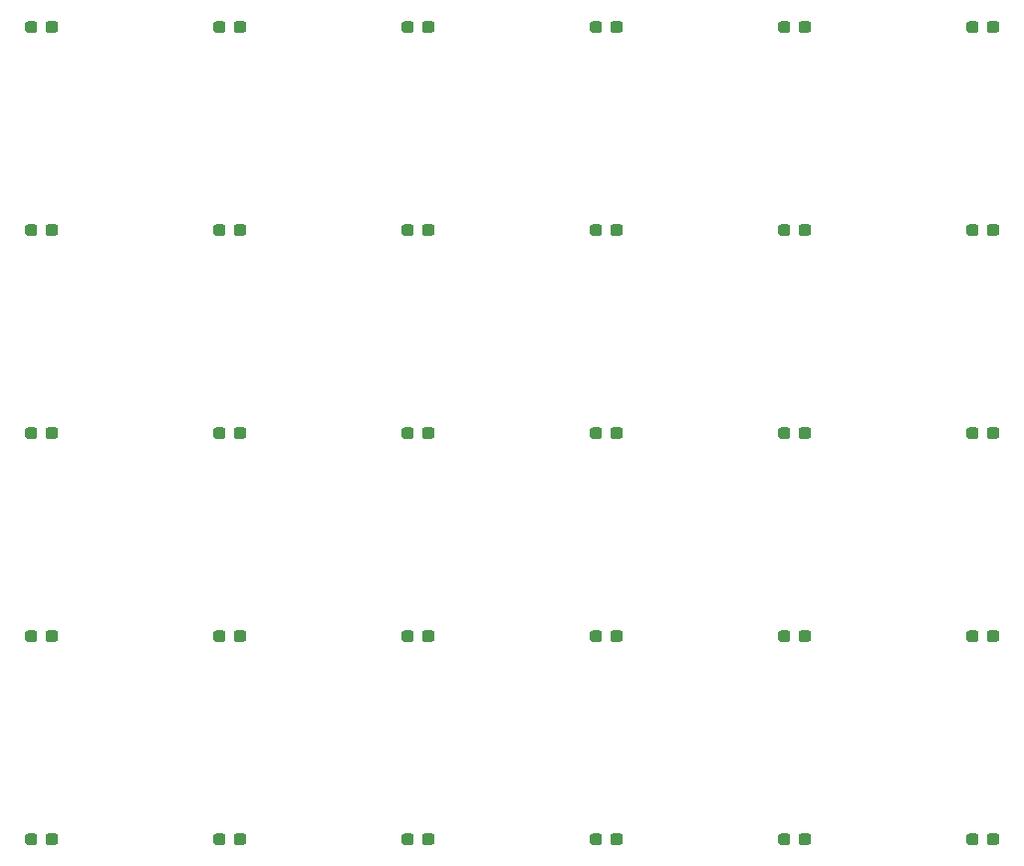
<source format=gtp>
G04 #@! TF.GenerationSoftware,KiCad,Pcbnew,5.1.0*
G04 #@! TF.CreationDate,2019-09-19T01:17:52+09:00*
G04 #@! TF.ProjectId,panelized_switch,70616e65-6c69-47a6-9564-5f7377697463,rev?*
G04 #@! TF.SameCoordinates,Original*
G04 #@! TF.FileFunction,Paste,Top*
G04 #@! TF.FilePolarity,Positive*
%FSLAX46Y46*%
G04 Gerber Fmt 4.6, Leading zero omitted, Abs format (unit mm)*
G04 Created by KiCad (PCBNEW 5.1.0) date 2019-09-19 01:17:52*
%MOMM*%
%LPD*%
G04 APERTURE LIST*
%ADD10C,0.100000*%
%ADD11C,0.950000*%
G04 APERTURE END LIST*
D10*
G36*
X16199779Y-82965144D02*
G01*
X16222834Y-82968563D01*
X16245443Y-82974227D01*
X16267387Y-82982079D01*
X16288457Y-82992044D01*
X16308448Y-83004026D01*
X16327168Y-83017910D01*
X16344438Y-83033562D01*
X16360090Y-83050832D01*
X16373974Y-83069552D01*
X16385956Y-83089543D01*
X16395921Y-83110613D01*
X16403773Y-83132557D01*
X16409437Y-83155166D01*
X16412856Y-83178221D01*
X16414000Y-83201500D01*
X16414000Y-83676500D01*
X16412856Y-83699779D01*
X16409437Y-83722834D01*
X16403773Y-83745443D01*
X16395921Y-83767387D01*
X16385956Y-83788457D01*
X16373974Y-83808448D01*
X16360090Y-83827168D01*
X16344438Y-83844438D01*
X16327168Y-83860090D01*
X16308448Y-83873974D01*
X16288457Y-83885956D01*
X16267387Y-83895921D01*
X16245443Y-83903773D01*
X16222834Y-83909437D01*
X16199779Y-83912856D01*
X16176500Y-83914000D01*
X15601500Y-83914000D01*
X15578221Y-83912856D01*
X15555166Y-83909437D01*
X15532557Y-83903773D01*
X15510613Y-83895921D01*
X15489543Y-83885956D01*
X15469552Y-83873974D01*
X15450832Y-83860090D01*
X15433562Y-83844438D01*
X15417910Y-83827168D01*
X15404026Y-83808448D01*
X15392044Y-83788457D01*
X15382079Y-83767387D01*
X15374227Y-83745443D01*
X15368563Y-83722834D01*
X15365144Y-83699779D01*
X15364000Y-83676500D01*
X15364000Y-83201500D01*
X15365144Y-83178221D01*
X15368563Y-83155166D01*
X15374227Y-83132557D01*
X15382079Y-83110613D01*
X15392044Y-83089543D01*
X15404026Y-83069552D01*
X15417910Y-83050832D01*
X15433562Y-83033562D01*
X15450832Y-83017910D01*
X15469552Y-83004026D01*
X15489543Y-82992044D01*
X15510613Y-82982079D01*
X15532557Y-82974227D01*
X15555166Y-82968563D01*
X15578221Y-82965144D01*
X15601500Y-82964000D01*
X16176500Y-82964000D01*
X16199779Y-82965144D01*
X16199779Y-82965144D01*
G37*
D11*
X15889000Y-83439000D03*
D10*
G36*
X17949779Y-82965144D02*
G01*
X17972834Y-82968563D01*
X17995443Y-82974227D01*
X18017387Y-82982079D01*
X18038457Y-82992044D01*
X18058448Y-83004026D01*
X18077168Y-83017910D01*
X18094438Y-83033562D01*
X18110090Y-83050832D01*
X18123974Y-83069552D01*
X18135956Y-83089543D01*
X18145921Y-83110613D01*
X18153773Y-83132557D01*
X18159437Y-83155166D01*
X18162856Y-83178221D01*
X18164000Y-83201500D01*
X18164000Y-83676500D01*
X18162856Y-83699779D01*
X18159437Y-83722834D01*
X18153773Y-83745443D01*
X18145921Y-83767387D01*
X18135956Y-83788457D01*
X18123974Y-83808448D01*
X18110090Y-83827168D01*
X18094438Y-83844438D01*
X18077168Y-83860090D01*
X18058448Y-83873974D01*
X18038457Y-83885956D01*
X18017387Y-83895921D01*
X17995443Y-83903773D01*
X17972834Y-83909437D01*
X17949779Y-83912856D01*
X17926500Y-83914000D01*
X17351500Y-83914000D01*
X17328221Y-83912856D01*
X17305166Y-83909437D01*
X17282557Y-83903773D01*
X17260613Y-83895921D01*
X17239543Y-83885956D01*
X17219552Y-83873974D01*
X17200832Y-83860090D01*
X17183562Y-83844438D01*
X17167910Y-83827168D01*
X17154026Y-83808448D01*
X17142044Y-83788457D01*
X17132079Y-83767387D01*
X17124227Y-83745443D01*
X17118563Y-83722834D01*
X17115144Y-83699779D01*
X17114000Y-83676500D01*
X17114000Y-83201500D01*
X17115144Y-83178221D01*
X17118563Y-83155166D01*
X17124227Y-83132557D01*
X17132079Y-83110613D01*
X17142044Y-83089543D01*
X17154026Y-83069552D01*
X17167910Y-83050832D01*
X17183562Y-83033562D01*
X17200832Y-83017910D01*
X17219552Y-83004026D01*
X17239543Y-82992044D01*
X17260613Y-82982079D01*
X17282557Y-82974227D01*
X17305166Y-82968563D01*
X17328221Y-82965144D01*
X17351500Y-82964000D01*
X17926500Y-82964000D01*
X17949779Y-82965144D01*
X17949779Y-82965144D01*
G37*
D11*
X17639000Y-83439000D03*
D10*
G36*
X81957779Y-82965144D02*
G01*
X81980834Y-82968563D01*
X82003443Y-82974227D01*
X82025387Y-82982079D01*
X82046457Y-82992044D01*
X82066448Y-83004026D01*
X82085168Y-83017910D01*
X82102438Y-83033562D01*
X82118090Y-83050832D01*
X82131974Y-83069552D01*
X82143956Y-83089543D01*
X82153921Y-83110613D01*
X82161773Y-83132557D01*
X82167437Y-83155166D01*
X82170856Y-83178221D01*
X82172000Y-83201500D01*
X82172000Y-83676500D01*
X82170856Y-83699779D01*
X82167437Y-83722834D01*
X82161773Y-83745443D01*
X82153921Y-83767387D01*
X82143956Y-83788457D01*
X82131974Y-83808448D01*
X82118090Y-83827168D01*
X82102438Y-83844438D01*
X82085168Y-83860090D01*
X82066448Y-83873974D01*
X82046457Y-83885956D01*
X82025387Y-83895921D01*
X82003443Y-83903773D01*
X81980834Y-83909437D01*
X81957779Y-83912856D01*
X81934500Y-83914000D01*
X81359500Y-83914000D01*
X81336221Y-83912856D01*
X81313166Y-83909437D01*
X81290557Y-83903773D01*
X81268613Y-83895921D01*
X81247543Y-83885956D01*
X81227552Y-83873974D01*
X81208832Y-83860090D01*
X81191562Y-83844438D01*
X81175910Y-83827168D01*
X81162026Y-83808448D01*
X81150044Y-83788457D01*
X81140079Y-83767387D01*
X81132227Y-83745443D01*
X81126563Y-83722834D01*
X81123144Y-83699779D01*
X81122000Y-83676500D01*
X81122000Y-83201500D01*
X81123144Y-83178221D01*
X81126563Y-83155166D01*
X81132227Y-83132557D01*
X81140079Y-83110613D01*
X81150044Y-83089543D01*
X81162026Y-83069552D01*
X81175910Y-83050832D01*
X81191562Y-83033562D01*
X81208832Y-83017910D01*
X81227552Y-83004026D01*
X81247543Y-82992044D01*
X81268613Y-82982079D01*
X81290557Y-82974227D01*
X81313166Y-82968563D01*
X81336221Y-82965144D01*
X81359500Y-82964000D01*
X81934500Y-82964000D01*
X81957779Y-82965144D01*
X81957779Y-82965144D01*
G37*
D11*
X81647000Y-83439000D03*
D10*
G36*
X80207779Y-82965144D02*
G01*
X80230834Y-82968563D01*
X80253443Y-82974227D01*
X80275387Y-82982079D01*
X80296457Y-82992044D01*
X80316448Y-83004026D01*
X80335168Y-83017910D01*
X80352438Y-83033562D01*
X80368090Y-83050832D01*
X80381974Y-83069552D01*
X80393956Y-83089543D01*
X80403921Y-83110613D01*
X80411773Y-83132557D01*
X80417437Y-83155166D01*
X80420856Y-83178221D01*
X80422000Y-83201500D01*
X80422000Y-83676500D01*
X80420856Y-83699779D01*
X80417437Y-83722834D01*
X80411773Y-83745443D01*
X80403921Y-83767387D01*
X80393956Y-83788457D01*
X80381974Y-83808448D01*
X80368090Y-83827168D01*
X80352438Y-83844438D01*
X80335168Y-83860090D01*
X80316448Y-83873974D01*
X80296457Y-83885956D01*
X80275387Y-83895921D01*
X80253443Y-83903773D01*
X80230834Y-83909437D01*
X80207779Y-83912856D01*
X80184500Y-83914000D01*
X79609500Y-83914000D01*
X79586221Y-83912856D01*
X79563166Y-83909437D01*
X79540557Y-83903773D01*
X79518613Y-83895921D01*
X79497543Y-83885956D01*
X79477552Y-83873974D01*
X79458832Y-83860090D01*
X79441562Y-83844438D01*
X79425910Y-83827168D01*
X79412026Y-83808448D01*
X79400044Y-83788457D01*
X79390079Y-83767387D01*
X79382227Y-83745443D01*
X79376563Y-83722834D01*
X79373144Y-83699779D01*
X79372000Y-83676500D01*
X79372000Y-83201500D01*
X79373144Y-83178221D01*
X79376563Y-83155166D01*
X79382227Y-83132557D01*
X79390079Y-83110613D01*
X79400044Y-83089543D01*
X79412026Y-83069552D01*
X79425910Y-83050832D01*
X79441562Y-83033562D01*
X79458832Y-83017910D01*
X79477552Y-83004026D01*
X79497543Y-82992044D01*
X79518613Y-82982079D01*
X79540557Y-82974227D01*
X79563166Y-82968563D01*
X79586221Y-82965144D01*
X79609500Y-82964000D01*
X80184500Y-82964000D01*
X80207779Y-82965144D01*
X80207779Y-82965144D01*
G37*
D11*
X79897000Y-83439000D03*
D10*
G36*
X97959779Y-82965144D02*
G01*
X97982834Y-82968563D01*
X98005443Y-82974227D01*
X98027387Y-82982079D01*
X98048457Y-82992044D01*
X98068448Y-83004026D01*
X98087168Y-83017910D01*
X98104438Y-83033562D01*
X98120090Y-83050832D01*
X98133974Y-83069552D01*
X98145956Y-83089543D01*
X98155921Y-83110613D01*
X98163773Y-83132557D01*
X98169437Y-83155166D01*
X98172856Y-83178221D01*
X98174000Y-83201500D01*
X98174000Y-83676500D01*
X98172856Y-83699779D01*
X98169437Y-83722834D01*
X98163773Y-83745443D01*
X98155921Y-83767387D01*
X98145956Y-83788457D01*
X98133974Y-83808448D01*
X98120090Y-83827168D01*
X98104438Y-83844438D01*
X98087168Y-83860090D01*
X98068448Y-83873974D01*
X98048457Y-83885956D01*
X98027387Y-83895921D01*
X98005443Y-83903773D01*
X97982834Y-83909437D01*
X97959779Y-83912856D01*
X97936500Y-83914000D01*
X97361500Y-83914000D01*
X97338221Y-83912856D01*
X97315166Y-83909437D01*
X97292557Y-83903773D01*
X97270613Y-83895921D01*
X97249543Y-83885956D01*
X97229552Y-83873974D01*
X97210832Y-83860090D01*
X97193562Y-83844438D01*
X97177910Y-83827168D01*
X97164026Y-83808448D01*
X97152044Y-83788457D01*
X97142079Y-83767387D01*
X97134227Y-83745443D01*
X97128563Y-83722834D01*
X97125144Y-83699779D01*
X97124000Y-83676500D01*
X97124000Y-83201500D01*
X97125144Y-83178221D01*
X97128563Y-83155166D01*
X97134227Y-83132557D01*
X97142079Y-83110613D01*
X97152044Y-83089543D01*
X97164026Y-83069552D01*
X97177910Y-83050832D01*
X97193562Y-83033562D01*
X97210832Y-83017910D01*
X97229552Y-83004026D01*
X97249543Y-82992044D01*
X97270613Y-82982079D01*
X97292557Y-82974227D01*
X97315166Y-82968563D01*
X97338221Y-82965144D01*
X97361500Y-82964000D01*
X97936500Y-82964000D01*
X97959779Y-82965144D01*
X97959779Y-82965144D01*
G37*
D11*
X97649000Y-83439000D03*
D10*
G36*
X96209779Y-82965144D02*
G01*
X96232834Y-82968563D01*
X96255443Y-82974227D01*
X96277387Y-82982079D01*
X96298457Y-82992044D01*
X96318448Y-83004026D01*
X96337168Y-83017910D01*
X96354438Y-83033562D01*
X96370090Y-83050832D01*
X96383974Y-83069552D01*
X96395956Y-83089543D01*
X96405921Y-83110613D01*
X96413773Y-83132557D01*
X96419437Y-83155166D01*
X96422856Y-83178221D01*
X96424000Y-83201500D01*
X96424000Y-83676500D01*
X96422856Y-83699779D01*
X96419437Y-83722834D01*
X96413773Y-83745443D01*
X96405921Y-83767387D01*
X96395956Y-83788457D01*
X96383974Y-83808448D01*
X96370090Y-83827168D01*
X96354438Y-83844438D01*
X96337168Y-83860090D01*
X96318448Y-83873974D01*
X96298457Y-83885956D01*
X96277387Y-83895921D01*
X96255443Y-83903773D01*
X96232834Y-83909437D01*
X96209779Y-83912856D01*
X96186500Y-83914000D01*
X95611500Y-83914000D01*
X95588221Y-83912856D01*
X95565166Y-83909437D01*
X95542557Y-83903773D01*
X95520613Y-83895921D01*
X95499543Y-83885956D01*
X95479552Y-83873974D01*
X95460832Y-83860090D01*
X95443562Y-83844438D01*
X95427910Y-83827168D01*
X95414026Y-83808448D01*
X95402044Y-83788457D01*
X95392079Y-83767387D01*
X95384227Y-83745443D01*
X95378563Y-83722834D01*
X95375144Y-83699779D01*
X95374000Y-83676500D01*
X95374000Y-83201500D01*
X95375144Y-83178221D01*
X95378563Y-83155166D01*
X95384227Y-83132557D01*
X95392079Y-83110613D01*
X95402044Y-83089543D01*
X95414026Y-83069552D01*
X95427910Y-83050832D01*
X95443562Y-83033562D01*
X95460832Y-83017910D01*
X95479552Y-83004026D01*
X95499543Y-82992044D01*
X95520613Y-82982079D01*
X95542557Y-82974227D01*
X95565166Y-82968563D01*
X95588221Y-82965144D01*
X95611500Y-82964000D01*
X96186500Y-82964000D01*
X96209779Y-82965144D01*
X96209779Y-82965144D01*
G37*
D11*
X95899000Y-83439000D03*
D10*
G36*
X32201779Y-82965144D02*
G01*
X32224834Y-82968563D01*
X32247443Y-82974227D01*
X32269387Y-82982079D01*
X32290457Y-82992044D01*
X32310448Y-83004026D01*
X32329168Y-83017910D01*
X32346438Y-83033562D01*
X32362090Y-83050832D01*
X32375974Y-83069552D01*
X32387956Y-83089543D01*
X32397921Y-83110613D01*
X32405773Y-83132557D01*
X32411437Y-83155166D01*
X32414856Y-83178221D01*
X32416000Y-83201500D01*
X32416000Y-83676500D01*
X32414856Y-83699779D01*
X32411437Y-83722834D01*
X32405773Y-83745443D01*
X32397921Y-83767387D01*
X32387956Y-83788457D01*
X32375974Y-83808448D01*
X32362090Y-83827168D01*
X32346438Y-83844438D01*
X32329168Y-83860090D01*
X32310448Y-83873974D01*
X32290457Y-83885956D01*
X32269387Y-83895921D01*
X32247443Y-83903773D01*
X32224834Y-83909437D01*
X32201779Y-83912856D01*
X32178500Y-83914000D01*
X31603500Y-83914000D01*
X31580221Y-83912856D01*
X31557166Y-83909437D01*
X31534557Y-83903773D01*
X31512613Y-83895921D01*
X31491543Y-83885956D01*
X31471552Y-83873974D01*
X31452832Y-83860090D01*
X31435562Y-83844438D01*
X31419910Y-83827168D01*
X31406026Y-83808448D01*
X31394044Y-83788457D01*
X31384079Y-83767387D01*
X31376227Y-83745443D01*
X31370563Y-83722834D01*
X31367144Y-83699779D01*
X31366000Y-83676500D01*
X31366000Y-83201500D01*
X31367144Y-83178221D01*
X31370563Y-83155166D01*
X31376227Y-83132557D01*
X31384079Y-83110613D01*
X31394044Y-83089543D01*
X31406026Y-83069552D01*
X31419910Y-83050832D01*
X31435562Y-83033562D01*
X31452832Y-83017910D01*
X31471552Y-83004026D01*
X31491543Y-82992044D01*
X31512613Y-82982079D01*
X31534557Y-82974227D01*
X31557166Y-82968563D01*
X31580221Y-82965144D01*
X31603500Y-82964000D01*
X32178500Y-82964000D01*
X32201779Y-82965144D01*
X32201779Y-82965144D01*
G37*
D11*
X31891000Y-83439000D03*
D10*
G36*
X33951779Y-82965144D02*
G01*
X33974834Y-82968563D01*
X33997443Y-82974227D01*
X34019387Y-82982079D01*
X34040457Y-82992044D01*
X34060448Y-83004026D01*
X34079168Y-83017910D01*
X34096438Y-83033562D01*
X34112090Y-83050832D01*
X34125974Y-83069552D01*
X34137956Y-83089543D01*
X34147921Y-83110613D01*
X34155773Y-83132557D01*
X34161437Y-83155166D01*
X34164856Y-83178221D01*
X34166000Y-83201500D01*
X34166000Y-83676500D01*
X34164856Y-83699779D01*
X34161437Y-83722834D01*
X34155773Y-83745443D01*
X34147921Y-83767387D01*
X34137956Y-83788457D01*
X34125974Y-83808448D01*
X34112090Y-83827168D01*
X34096438Y-83844438D01*
X34079168Y-83860090D01*
X34060448Y-83873974D01*
X34040457Y-83885956D01*
X34019387Y-83895921D01*
X33997443Y-83903773D01*
X33974834Y-83909437D01*
X33951779Y-83912856D01*
X33928500Y-83914000D01*
X33353500Y-83914000D01*
X33330221Y-83912856D01*
X33307166Y-83909437D01*
X33284557Y-83903773D01*
X33262613Y-83895921D01*
X33241543Y-83885956D01*
X33221552Y-83873974D01*
X33202832Y-83860090D01*
X33185562Y-83844438D01*
X33169910Y-83827168D01*
X33156026Y-83808448D01*
X33144044Y-83788457D01*
X33134079Y-83767387D01*
X33126227Y-83745443D01*
X33120563Y-83722834D01*
X33117144Y-83699779D01*
X33116000Y-83676500D01*
X33116000Y-83201500D01*
X33117144Y-83178221D01*
X33120563Y-83155166D01*
X33126227Y-83132557D01*
X33134079Y-83110613D01*
X33144044Y-83089543D01*
X33156026Y-83069552D01*
X33169910Y-83050832D01*
X33185562Y-83033562D01*
X33202832Y-83017910D01*
X33221552Y-83004026D01*
X33241543Y-82992044D01*
X33262613Y-82982079D01*
X33284557Y-82974227D01*
X33307166Y-82968563D01*
X33330221Y-82965144D01*
X33353500Y-82964000D01*
X33928500Y-82964000D01*
X33951779Y-82965144D01*
X33951779Y-82965144D01*
G37*
D11*
X33641000Y-83439000D03*
D10*
G36*
X65955779Y-82965144D02*
G01*
X65978834Y-82968563D01*
X66001443Y-82974227D01*
X66023387Y-82982079D01*
X66044457Y-82992044D01*
X66064448Y-83004026D01*
X66083168Y-83017910D01*
X66100438Y-83033562D01*
X66116090Y-83050832D01*
X66129974Y-83069552D01*
X66141956Y-83089543D01*
X66151921Y-83110613D01*
X66159773Y-83132557D01*
X66165437Y-83155166D01*
X66168856Y-83178221D01*
X66170000Y-83201500D01*
X66170000Y-83676500D01*
X66168856Y-83699779D01*
X66165437Y-83722834D01*
X66159773Y-83745443D01*
X66151921Y-83767387D01*
X66141956Y-83788457D01*
X66129974Y-83808448D01*
X66116090Y-83827168D01*
X66100438Y-83844438D01*
X66083168Y-83860090D01*
X66064448Y-83873974D01*
X66044457Y-83885956D01*
X66023387Y-83895921D01*
X66001443Y-83903773D01*
X65978834Y-83909437D01*
X65955779Y-83912856D01*
X65932500Y-83914000D01*
X65357500Y-83914000D01*
X65334221Y-83912856D01*
X65311166Y-83909437D01*
X65288557Y-83903773D01*
X65266613Y-83895921D01*
X65245543Y-83885956D01*
X65225552Y-83873974D01*
X65206832Y-83860090D01*
X65189562Y-83844438D01*
X65173910Y-83827168D01*
X65160026Y-83808448D01*
X65148044Y-83788457D01*
X65138079Y-83767387D01*
X65130227Y-83745443D01*
X65124563Y-83722834D01*
X65121144Y-83699779D01*
X65120000Y-83676500D01*
X65120000Y-83201500D01*
X65121144Y-83178221D01*
X65124563Y-83155166D01*
X65130227Y-83132557D01*
X65138079Y-83110613D01*
X65148044Y-83089543D01*
X65160026Y-83069552D01*
X65173910Y-83050832D01*
X65189562Y-83033562D01*
X65206832Y-83017910D01*
X65225552Y-83004026D01*
X65245543Y-82992044D01*
X65266613Y-82982079D01*
X65288557Y-82974227D01*
X65311166Y-82968563D01*
X65334221Y-82965144D01*
X65357500Y-82964000D01*
X65932500Y-82964000D01*
X65955779Y-82965144D01*
X65955779Y-82965144D01*
G37*
D11*
X65645000Y-83439000D03*
D10*
G36*
X64205779Y-82965144D02*
G01*
X64228834Y-82968563D01*
X64251443Y-82974227D01*
X64273387Y-82982079D01*
X64294457Y-82992044D01*
X64314448Y-83004026D01*
X64333168Y-83017910D01*
X64350438Y-83033562D01*
X64366090Y-83050832D01*
X64379974Y-83069552D01*
X64391956Y-83089543D01*
X64401921Y-83110613D01*
X64409773Y-83132557D01*
X64415437Y-83155166D01*
X64418856Y-83178221D01*
X64420000Y-83201500D01*
X64420000Y-83676500D01*
X64418856Y-83699779D01*
X64415437Y-83722834D01*
X64409773Y-83745443D01*
X64401921Y-83767387D01*
X64391956Y-83788457D01*
X64379974Y-83808448D01*
X64366090Y-83827168D01*
X64350438Y-83844438D01*
X64333168Y-83860090D01*
X64314448Y-83873974D01*
X64294457Y-83885956D01*
X64273387Y-83895921D01*
X64251443Y-83903773D01*
X64228834Y-83909437D01*
X64205779Y-83912856D01*
X64182500Y-83914000D01*
X63607500Y-83914000D01*
X63584221Y-83912856D01*
X63561166Y-83909437D01*
X63538557Y-83903773D01*
X63516613Y-83895921D01*
X63495543Y-83885956D01*
X63475552Y-83873974D01*
X63456832Y-83860090D01*
X63439562Y-83844438D01*
X63423910Y-83827168D01*
X63410026Y-83808448D01*
X63398044Y-83788457D01*
X63388079Y-83767387D01*
X63380227Y-83745443D01*
X63374563Y-83722834D01*
X63371144Y-83699779D01*
X63370000Y-83676500D01*
X63370000Y-83201500D01*
X63371144Y-83178221D01*
X63374563Y-83155166D01*
X63380227Y-83132557D01*
X63388079Y-83110613D01*
X63398044Y-83089543D01*
X63410026Y-83069552D01*
X63423910Y-83050832D01*
X63439562Y-83033562D01*
X63456832Y-83017910D01*
X63475552Y-83004026D01*
X63495543Y-82992044D01*
X63516613Y-82982079D01*
X63538557Y-82974227D01*
X63561166Y-82968563D01*
X63584221Y-82965144D01*
X63607500Y-82964000D01*
X64182500Y-82964000D01*
X64205779Y-82965144D01*
X64205779Y-82965144D01*
G37*
D11*
X63895000Y-83439000D03*
D10*
G36*
X49953779Y-82965144D02*
G01*
X49976834Y-82968563D01*
X49999443Y-82974227D01*
X50021387Y-82982079D01*
X50042457Y-82992044D01*
X50062448Y-83004026D01*
X50081168Y-83017910D01*
X50098438Y-83033562D01*
X50114090Y-83050832D01*
X50127974Y-83069552D01*
X50139956Y-83089543D01*
X50149921Y-83110613D01*
X50157773Y-83132557D01*
X50163437Y-83155166D01*
X50166856Y-83178221D01*
X50168000Y-83201500D01*
X50168000Y-83676500D01*
X50166856Y-83699779D01*
X50163437Y-83722834D01*
X50157773Y-83745443D01*
X50149921Y-83767387D01*
X50139956Y-83788457D01*
X50127974Y-83808448D01*
X50114090Y-83827168D01*
X50098438Y-83844438D01*
X50081168Y-83860090D01*
X50062448Y-83873974D01*
X50042457Y-83885956D01*
X50021387Y-83895921D01*
X49999443Y-83903773D01*
X49976834Y-83909437D01*
X49953779Y-83912856D01*
X49930500Y-83914000D01*
X49355500Y-83914000D01*
X49332221Y-83912856D01*
X49309166Y-83909437D01*
X49286557Y-83903773D01*
X49264613Y-83895921D01*
X49243543Y-83885956D01*
X49223552Y-83873974D01*
X49204832Y-83860090D01*
X49187562Y-83844438D01*
X49171910Y-83827168D01*
X49158026Y-83808448D01*
X49146044Y-83788457D01*
X49136079Y-83767387D01*
X49128227Y-83745443D01*
X49122563Y-83722834D01*
X49119144Y-83699779D01*
X49118000Y-83676500D01*
X49118000Y-83201500D01*
X49119144Y-83178221D01*
X49122563Y-83155166D01*
X49128227Y-83132557D01*
X49136079Y-83110613D01*
X49146044Y-83089543D01*
X49158026Y-83069552D01*
X49171910Y-83050832D01*
X49187562Y-83033562D01*
X49204832Y-83017910D01*
X49223552Y-83004026D01*
X49243543Y-82992044D01*
X49264613Y-82982079D01*
X49286557Y-82974227D01*
X49309166Y-82968563D01*
X49332221Y-82965144D01*
X49355500Y-82964000D01*
X49930500Y-82964000D01*
X49953779Y-82965144D01*
X49953779Y-82965144D01*
G37*
D11*
X49643000Y-83439000D03*
D10*
G36*
X48203779Y-82965144D02*
G01*
X48226834Y-82968563D01*
X48249443Y-82974227D01*
X48271387Y-82982079D01*
X48292457Y-82992044D01*
X48312448Y-83004026D01*
X48331168Y-83017910D01*
X48348438Y-83033562D01*
X48364090Y-83050832D01*
X48377974Y-83069552D01*
X48389956Y-83089543D01*
X48399921Y-83110613D01*
X48407773Y-83132557D01*
X48413437Y-83155166D01*
X48416856Y-83178221D01*
X48418000Y-83201500D01*
X48418000Y-83676500D01*
X48416856Y-83699779D01*
X48413437Y-83722834D01*
X48407773Y-83745443D01*
X48399921Y-83767387D01*
X48389956Y-83788457D01*
X48377974Y-83808448D01*
X48364090Y-83827168D01*
X48348438Y-83844438D01*
X48331168Y-83860090D01*
X48312448Y-83873974D01*
X48292457Y-83885956D01*
X48271387Y-83895921D01*
X48249443Y-83903773D01*
X48226834Y-83909437D01*
X48203779Y-83912856D01*
X48180500Y-83914000D01*
X47605500Y-83914000D01*
X47582221Y-83912856D01*
X47559166Y-83909437D01*
X47536557Y-83903773D01*
X47514613Y-83895921D01*
X47493543Y-83885956D01*
X47473552Y-83873974D01*
X47454832Y-83860090D01*
X47437562Y-83844438D01*
X47421910Y-83827168D01*
X47408026Y-83808448D01*
X47396044Y-83788457D01*
X47386079Y-83767387D01*
X47378227Y-83745443D01*
X47372563Y-83722834D01*
X47369144Y-83699779D01*
X47368000Y-83676500D01*
X47368000Y-83201500D01*
X47369144Y-83178221D01*
X47372563Y-83155166D01*
X47378227Y-83132557D01*
X47386079Y-83110613D01*
X47396044Y-83089543D01*
X47408026Y-83069552D01*
X47421910Y-83050832D01*
X47437562Y-83033562D01*
X47454832Y-83017910D01*
X47473552Y-83004026D01*
X47493543Y-82992044D01*
X47514613Y-82982079D01*
X47536557Y-82974227D01*
X47559166Y-82968563D01*
X47582221Y-82965144D01*
X47605500Y-82964000D01*
X48180500Y-82964000D01*
X48203779Y-82965144D01*
X48203779Y-82965144D01*
G37*
D11*
X47893000Y-83439000D03*
D10*
G36*
X16199779Y-65693144D02*
G01*
X16222834Y-65696563D01*
X16245443Y-65702227D01*
X16267387Y-65710079D01*
X16288457Y-65720044D01*
X16308448Y-65732026D01*
X16327168Y-65745910D01*
X16344438Y-65761562D01*
X16360090Y-65778832D01*
X16373974Y-65797552D01*
X16385956Y-65817543D01*
X16395921Y-65838613D01*
X16403773Y-65860557D01*
X16409437Y-65883166D01*
X16412856Y-65906221D01*
X16414000Y-65929500D01*
X16414000Y-66404500D01*
X16412856Y-66427779D01*
X16409437Y-66450834D01*
X16403773Y-66473443D01*
X16395921Y-66495387D01*
X16385956Y-66516457D01*
X16373974Y-66536448D01*
X16360090Y-66555168D01*
X16344438Y-66572438D01*
X16327168Y-66588090D01*
X16308448Y-66601974D01*
X16288457Y-66613956D01*
X16267387Y-66623921D01*
X16245443Y-66631773D01*
X16222834Y-66637437D01*
X16199779Y-66640856D01*
X16176500Y-66642000D01*
X15601500Y-66642000D01*
X15578221Y-66640856D01*
X15555166Y-66637437D01*
X15532557Y-66631773D01*
X15510613Y-66623921D01*
X15489543Y-66613956D01*
X15469552Y-66601974D01*
X15450832Y-66588090D01*
X15433562Y-66572438D01*
X15417910Y-66555168D01*
X15404026Y-66536448D01*
X15392044Y-66516457D01*
X15382079Y-66495387D01*
X15374227Y-66473443D01*
X15368563Y-66450834D01*
X15365144Y-66427779D01*
X15364000Y-66404500D01*
X15364000Y-65929500D01*
X15365144Y-65906221D01*
X15368563Y-65883166D01*
X15374227Y-65860557D01*
X15382079Y-65838613D01*
X15392044Y-65817543D01*
X15404026Y-65797552D01*
X15417910Y-65778832D01*
X15433562Y-65761562D01*
X15450832Y-65745910D01*
X15469552Y-65732026D01*
X15489543Y-65720044D01*
X15510613Y-65710079D01*
X15532557Y-65702227D01*
X15555166Y-65696563D01*
X15578221Y-65693144D01*
X15601500Y-65692000D01*
X16176500Y-65692000D01*
X16199779Y-65693144D01*
X16199779Y-65693144D01*
G37*
D11*
X15889000Y-66167000D03*
D10*
G36*
X17949779Y-65693144D02*
G01*
X17972834Y-65696563D01*
X17995443Y-65702227D01*
X18017387Y-65710079D01*
X18038457Y-65720044D01*
X18058448Y-65732026D01*
X18077168Y-65745910D01*
X18094438Y-65761562D01*
X18110090Y-65778832D01*
X18123974Y-65797552D01*
X18135956Y-65817543D01*
X18145921Y-65838613D01*
X18153773Y-65860557D01*
X18159437Y-65883166D01*
X18162856Y-65906221D01*
X18164000Y-65929500D01*
X18164000Y-66404500D01*
X18162856Y-66427779D01*
X18159437Y-66450834D01*
X18153773Y-66473443D01*
X18145921Y-66495387D01*
X18135956Y-66516457D01*
X18123974Y-66536448D01*
X18110090Y-66555168D01*
X18094438Y-66572438D01*
X18077168Y-66588090D01*
X18058448Y-66601974D01*
X18038457Y-66613956D01*
X18017387Y-66623921D01*
X17995443Y-66631773D01*
X17972834Y-66637437D01*
X17949779Y-66640856D01*
X17926500Y-66642000D01*
X17351500Y-66642000D01*
X17328221Y-66640856D01*
X17305166Y-66637437D01*
X17282557Y-66631773D01*
X17260613Y-66623921D01*
X17239543Y-66613956D01*
X17219552Y-66601974D01*
X17200832Y-66588090D01*
X17183562Y-66572438D01*
X17167910Y-66555168D01*
X17154026Y-66536448D01*
X17142044Y-66516457D01*
X17132079Y-66495387D01*
X17124227Y-66473443D01*
X17118563Y-66450834D01*
X17115144Y-66427779D01*
X17114000Y-66404500D01*
X17114000Y-65929500D01*
X17115144Y-65906221D01*
X17118563Y-65883166D01*
X17124227Y-65860557D01*
X17132079Y-65838613D01*
X17142044Y-65817543D01*
X17154026Y-65797552D01*
X17167910Y-65778832D01*
X17183562Y-65761562D01*
X17200832Y-65745910D01*
X17219552Y-65732026D01*
X17239543Y-65720044D01*
X17260613Y-65710079D01*
X17282557Y-65702227D01*
X17305166Y-65696563D01*
X17328221Y-65693144D01*
X17351500Y-65692000D01*
X17926500Y-65692000D01*
X17949779Y-65693144D01*
X17949779Y-65693144D01*
G37*
D11*
X17639000Y-66167000D03*
D10*
G36*
X81957779Y-65693144D02*
G01*
X81980834Y-65696563D01*
X82003443Y-65702227D01*
X82025387Y-65710079D01*
X82046457Y-65720044D01*
X82066448Y-65732026D01*
X82085168Y-65745910D01*
X82102438Y-65761562D01*
X82118090Y-65778832D01*
X82131974Y-65797552D01*
X82143956Y-65817543D01*
X82153921Y-65838613D01*
X82161773Y-65860557D01*
X82167437Y-65883166D01*
X82170856Y-65906221D01*
X82172000Y-65929500D01*
X82172000Y-66404500D01*
X82170856Y-66427779D01*
X82167437Y-66450834D01*
X82161773Y-66473443D01*
X82153921Y-66495387D01*
X82143956Y-66516457D01*
X82131974Y-66536448D01*
X82118090Y-66555168D01*
X82102438Y-66572438D01*
X82085168Y-66588090D01*
X82066448Y-66601974D01*
X82046457Y-66613956D01*
X82025387Y-66623921D01*
X82003443Y-66631773D01*
X81980834Y-66637437D01*
X81957779Y-66640856D01*
X81934500Y-66642000D01*
X81359500Y-66642000D01*
X81336221Y-66640856D01*
X81313166Y-66637437D01*
X81290557Y-66631773D01*
X81268613Y-66623921D01*
X81247543Y-66613956D01*
X81227552Y-66601974D01*
X81208832Y-66588090D01*
X81191562Y-66572438D01*
X81175910Y-66555168D01*
X81162026Y-66536448D01*
X81150044Y-66516457D01*
X81140079Y-66495387D01*
X81132227Y-66473443D01*
X81126563Y-66450834D01*
X81123144Y-66427779D01*
X81122000Y-66404500D01*
X81122000Y-65929500D01*
X81123144Y-65906221D01*
X81126563Y-65883166D01*
X81132227Y-65860557D01*
X81140079Y-65838613D01*
X81150044Y-65817543D01*
X81162026Y-65797552D01*
X81175910Y-65778832D01*
X81191562Y-65761562D01*
X81208832Y-65745910D01*
X81227552Y-65732026D01*
X81247543Y-65720044D01*
X81268613Y-65710079D01*
X81290557Y-65702227D01*
X81313166Y-65696563D01*
X81336221Y-65693144D01*
X81359500Y-65692000D01*
X81934500Y-65692000D01*
X81957779Y-65693144D01*
X81957779Y-65693144D01*
G37*
D11*
X81647000Y-66167000D03*
D10*
G36*
X80207779Y-65693144D02*
G01*
X80230834Y-65696563D01*
X80253443Y-65702227D01*
X80275387Y-65710079D01*
X80296457Y-65720044D01*
X80316448Y-65732026D01*
X80335168Y-65745910D01*
X80352438Y-65761562D01*
X80368090Y-65778832D01*
X80381974Y-65797552D01*
X80393956Y-65817543D01*
X80403921Y-65838613D01*
X80411773Y-65860557D01*
X80417437Y-65883166D01*
X80420856Y-65906221D01*
X80422000Y-65929500D01*
X80422000Y-66404500D01*
X80420856Y-66427779D01*
X80417437Y-66450834D01*
X80411773Y-66473443D01*
X80403921Y-66495387D01*
X80393956Y-66516457D01*
X80381974Y-66536448D01*
X80368090Y-66555168D01*
X80352438Y-66572438D01*
X80335168Y-66588090D01*
X80316448Y-66601974D01*
X80296457Y-66613956D01*
X80275387Y-66623921D01*
X80253443Y-66631773D01*
X80230834Y-66637437D01*
X80207779Y-66640856D01*
X80184500Y-66642000D01*
X79609500Y-66642000D01*
X79586221Y-66640856D01*
X79563166Y-66637437D01*
X79540557Y-66631773D01*
X79518613Y-66623921D01*
X79497543Y-66613956D01*
X79477552Y-66601974D01*
X79458832Y-66588090D01*
X79441562Y-66572438D01*
X79425910Y-66555168D01*
X79412026Y-66536448D01*
X79400044Y-66516457D01*
X79390079Y-66495387D01*
X79382227Y-66473443D01*
X79376563Y-66450834D01*
X79373144Y-66427779D01*
X79372000Y-66404500D01*
X79372000Y-65929500D01*
X79373144Y-65906221D01*
X79376563Y-65883166D01*
X79382227Y-65860557D01*
X79390079Y-65838613D01*
X79400044Y-65817543D01*
X79412026Y-65797552D01*
X79425910Y-65778832D01*
X79441562Y-65761562D01*
X79458832Y-65745910D01*
X79477552Y-65732026D01*
X79497543Y-65720044D01*
X79518613Y-65710079D01*
X79540557Y-65702227D01*
X79563166Y-65696563D01*
X79586221Y-65693144D01*
X79609500Y-65692000D01*
X80184500Y-65692000D01*
X80207779Y-65693144D01*
X80207779Y-65693144D01*
G37*
D11*
X79897000Y-66167000D03*
D10*
G36*
X97959779Y-65693144D02*
G01*
X97982834Y-65696563D01*
X98005443Y-65702227D01*
X98027387Y-65710079D01*
X98048457Y-65720044D01*
X98068448Y-65732026D01*
X98087168Y-65745910D01*
X98104438Y-65761562D01*
X98120090Y-65778832D01*
X98133974Y-65797552D01*
X98145956Y-65817543D01*
X98155921Y-65838613D01*
X98163773Y-65860557D01*
X98169437Y-65883166D01*
X98172856Y-65906221D01*
X98174000Y-65929500D01*
X98174000Y-66404500D01*
X98172856Y-66427779D01*
X98169437Y-66450834D01*
X98163773Y-66473443D01*
X98155921Y-66495387D01*
X98145956Y-66516457D01*
X98133974Y-66536448D01*
X98120090Y-66555168D01*
X98104438Y-66572438D01*
X98087168Y-66588090D01*
X98068448Y-66601974D01*
X98048457Y-66613956D01*
X98027387Y-66623921D01*
X98005443Y-66631773D01*
X97982834Y-66637437D01*
X97959779Y-66640856D01*
X97936500Y-66642000D01*
X97361500Y-66642000D01*
X97338221Y-66640856D01*
X97315166Y-66637437D01*
X97292557Y-66631773D01*
X97270613Y-66623921D01*
X97249543Y-66613956D01*
X97229552Y-66601974D01*
X97210832Y-66588090D01*
X97193562Y-66572438D01*
X97177910Y-66555168D01*
X97164026Y-66536448D01*
X97152044Y-66516457D01*
X97142079Y-66495387D01*
X97134227Y-66473443D01*
X97128563Y-66450834D01*
X97125144Y-66427779D01*
X97124000Y-66404500D01*
X97124000Y-65929500D01*
X97125144Y-65906221D01*
X97128563Y-65883166D01*
X97134227Y-65860557D01*
X97142079Y-65838613D01*
X97152044Y-65817543D01*
X97164026Y-65797552D01*
X97177910Y-65778832D01*
X97193562Y-65761562D01*
X97210832Y-65745910D01*
X97229552Y-65732026D01*
X97249543Y-65720044D01*
X97270613Y-65710079D01*
X97292557Y-65702227D01*
X97315166Y-65696563D01*
X97338221Y-65693144D01*
X97361500Y-65692000D01*
X97936500Y-65692000D01*
X97959779Y-65693144D01*
X97959779Y-65693144D01*
G37*
D11*
X97649000Y-66167000D03*
D10*
G36*
X96209779Y-65693144D02*
G01*
X96232834Y-65696563D01*
X96255443Y-65702227D01*
X96277387Y-65710079D01*
X96298457Y-65720044D01*
X96318448Y-65732026D01*
X96337168Y-65745910D01*
X96354438Y-65761562D01*
X96370090Y-65778832D01*
X96383974Y-65797552D01*
X96395956Y-65817543D01*
X96405921Y-65838613D01*
X96413773Y-65860557D01*
X96419437Y-65883166D01*
X96422856Y-65906221D01*
X96424000Y-65929500D01*
X96424000Y-66404500D01*
X96422856Y-66427779D01*
X96419437Y-66450834D01*
X96413773Y-66473443D01*
X96405921Y-66495387D01*
X96395956Y-66516457D01*
X96383974Y-66536448D01*
X96370090Y-66555168D01*
X96354438Y-66572438D01*
X96337168Y-66588090D01*
X96318448Y-66601974D01*
X96298457Y-66613956D01*
X96277387Y-66623921D01*
X96255443Y-66631773D01*
X96232834Y-66637437D01*
X96209779Y-66640856D01*
X96186500Y-66642000D01*
X95611500Y-66642000D01*
X95588221Y-66640856D01*
X95565166Y-66637437D01*
X95542557Y-66631773D01*
X95520613Y-66623921D01*
X95499543Y-66613956D01*
X95479552Y-66601974D01*
X95460832Y-66588090D01*
X95443562Y-66572438D01*
X95427910Y-66555168D01*
X95414026Y-66536448D01*
X95402044Y-66516457D01*
X95392079Y-66495387D01*
X95384227Y-66473443D01*
X95378563Y-66450834D01*
X95375144Y-66427779D01*
X95374000Y-66404500D01*
X95374000Y-65929500D01*
X95375144Y-65906221D01*
X95378563Y-65883166D01*
X95384227Y-65860557D01*
X95392079Y-65838613D01*
X95402044Y-65817543D01*
X95414026Y-65797552D01*
X95427910Y-65778832D01*
X95443562Y-65761562D01*
X95460832Y-65745910D01*
X95479552Y-65732026D01*
X95499543Y-65720044D01*
X95520613Y-65710079D01*
X95542557Y-65702227D01*
X95565166Y-65696563D01*
X95588221Y-65693144D01*
X95611500Y-65692000D01*
X96186500Y-65692000D01*
X96209779Y-65693144D01*
X96209779Y-65693144D01*
G37*
D11*
X95899000Y-66167000D03*
D10*
G36*
X32201779Y-65693144D02*
G01*
X32224834Y-65696563D01*
X32247443Y-65702227D01*
X32269387Y-65710079D01*
X32290457Y-65720044D01*
X32310448Y-65732026D01*
X32329168Y-65745910D01*
X32346438Y-65761562D01*
X32362090Y-65778832D01*
X32375974Y-65797552D01*
X32387956Y-65817543D01*
X32397921Y-65838613D01*
X32405773Y-65860557D01*
X32411437Y-65883166D01*
X32414856Y-65906221D01*
X32416000Y-65929500D01*
X32416000Y-66404500D01*
X32414856Y-66427779D01*
X32411437Y-66450834D01*
X32405773Y-66473443D01*
X32397921Y-66495387D01*
X32387956Y-66516457D01*
X32375974Y-66536448D01*
X32362090Y-66555168D01*
X32346438Y-66572438D01*
X32329168Y-66588090D01*
X32310448Y-66601974D01*
X32290457Y-66613956D01*
X32269387Y-66623921D01*
X32247443Y-66631773D01*
X32224834Y-66637437D01*
X32201779Y-66640856D01*
X32178500Y-66642000D01*
X31603500Y-66642000D01*
X31580221Y-66640856D01*
X31557166Y-66637437D01*
X31534557Y-66631773D01*
X31512613Y-66623921D01*
X31491543Y-66613956D01*
X31471552Y-66601974D01*
X31452832Y-66588090D01*
X31435562Y-66572438D01*
X31419910Y-66555168D01*
X31406026Y-66536448D01*
X31394044Y-66516457D01*
X31384079Y-66495387D01*
X31376227Y-66473443D01*
X31370563Y-66450834D01*
X31367144Y-66427779D01*
X31366000Y-66404500D01*
X31366000Y-65929500D01*
X31367144Y-65906221D01*
X31370563Y-65883166D01*
X31376227Y-65860557D01*
X31384079Y-65838613D01*
X31394044Y-65817543D01*
X31406026Y-65797552D01*
X31419910Y-65778832D01*
X31435562Y-65761562D01*
X31452832Y-65745910D01*
X31471552Y-65732026D01*
X31491543Y-65720044D01*
X31512613Y-65710079D01*
X31534557Y-65702227D01*
X31557166Y-65696563D01*
X31580221Y-65693144D01*
X31603500Y-65692000D01*
X32178500Y-65692000D01*
X32201779Y-65693144D01*
X32201779Y-65693144D01*
G37*
D11*
X31891000Y-66167000D03*
D10*
G36*
X33951779Y-65693144D02*
G01*
X33974834Y-65696563D01*
X33997443Y-65702227D01*
X34019387Y-65710079D01*
X34040457Y-65720044D01*
X34060448Y-65732026D01*
X34079168Y-65745910D01*
X34096438Y-65761562D01*
X34112090Y-65778832D01*
X34125974Y-65797552D01*
X34137956Y-65817543D01*
X34147921Y-65838613D01*
X34155773Y-65860557D01*
X34161437Y-65883166D01*
X34164856Y-65906221D01*
X34166000Y-65929500D01*
X34166000Y-66404500D01*
X34164856Y-66427779D01*
X34161437Y-66450834D01*
X34155773Y-66473443D01*
X34147921Y-66495387D01*
X34137956Y-66516457D01*
X34125974Y-66536448D01*
X34112090Y-66555168D01*
X34096438Y-66572438D01*
X34079168Y-66588090D01*
X34060448Y-66601974D01*
X34040457Y-66613956D01*
X34019387Y-66623921D01*
X33997443Y-66631773D01*
X33974834Y-66637437D01*
X33951779Y-66640856D01*
X33928500Y-66642000D01*
X33353500Y-66642000D01*
X33330221Y-66640856D01*
X33307166Y-66637437D01*
X33284557Y-66631773D01*
X33262613Y-66623921D01*
X33241543Y-66613956D01*
X33221552Y-66601974D01*
X33202832Y-66588090D01*
X33185562Y-66572438D01*
X33169910Y-66555168D01*
X33156026Y-66536448D01*
X33144044Y-66516457D01*
X33134079Y-66495387D01*
X33126227Y-66473443D01*
X33120563Y-66450834D01*
X33117144Y-66427779D01*
X33116000Y-66404500D01*
X33116000Y-65929500D01*
X33117144Y-65906221D01*
X33120563Y-65883166D01*
X33126227Y-65860557D01*
X33134079Y-65838613D01*
X33144044Y-65817543D01*
X33156026Y-65797552D01*
X33169910Y-65778832D01*
X33185562Y-65761562D01*
X33202832Y-65745910D01*
X33221552Y-65732026D01*
X33241543Y-65720044D01*
X33262613Y-65710079D01*
X33284557Y-65702227D01*
X33307166Y-65696563D01*
X33330221Y-65693144D01*
X33353500Y-65692000D01*
X33928500Y-65692000D01*
X33951779Y-65693144D01*
X33951779Y-65693144D01*
G37*
D11*
X33641000Y-66167000D03*
D10*
G36*
X65955779Y-65693144D02*
G01*
X65978834Y-65696563D01*
X66001443Y-65702227D01*
X66023387Y-65710079D01*
X66044457Y-65720044D01*
X66064448Y-65732026D01*
X66083168Y-65745910D01*
X66100438Y-65761562D01*
X66116090Y-65778832D01*
X66129974Y-65797552D01*
X66141956Y-65817543D01*
X66151921Y-65838613D01*
X66159773Y-65860557D01*
X66165437Y-65883166D01*
X66168856Y-65906221D01*
X66170000Y-65929500D01*
X66170000Y-66404500D01*
X66168856Y-66427779D01*
X66165437Y-66450834D01*
X66159773Y-66473443D01*
X66151921Y-66495387D01*
X66141956Y-66516457D01*
X66129974Y-66536448D01*
X66116090Y-66555168D01*
X66100438Y-66572438D01*
X66083168Y-66588090D01*
X66064448Y-66601974D01*
X66044457Y-66613956D01*
X66023387Y-66623921D01*
X66001443Y-66631773D01*
X65978834Y-66637437D01*
X65955779Y-66640856D01*
X65932500Y-66642000D01*
X65357500Y-66642000D01*
X65334221Y-66640856D01*
X65311166Y-66637437D01*
X65288557Y-66631773D01*
X65266613Y-66623921D01*
X65245543Y-66613956D01*
X65225552Y-66601974D01*
X65206832Y-66588090D01*
X65189562Y-66572438D01*
X65173910Y-66555168D01*
X65160026Y-66536448D01*
X65148044Y-66516457D01*
X65138079Y-66495387D01*
X65130227Y-66473443D01*
X65124563Y-66450834D01*
X65121144Y-66427779D01*
X65120000Y-66404500D01*
X65120000Y-65929500D01*
X65121144Y-65906221D01*
X65124563Y-65883166D01*
X65130227Y-65860557D01*
X65138079Y-65838613D01*
X65148044Y-65817543D01*
X65160026Y-65797552D01*
X65173910Y-65778832D01*
X65189562Y-65761562D01*
X65206832Y-65745910D01*
X65225552Y-65732026D01*
X65245543Y-65720044D01*
X65266613Y-65710079D01*
X65288557Y-65702227D01*
X65311166Y-65696563D01*
X65334221Y-65693144D01*
X65357500Y-65692000D01*
X65932500Y-65692000D01*
X65955779Y-65693144D01*
X65955779Y-65693144D01*
G37*
D11*
X65645000Y-66167000D03*
D10*
G36*
X64205779Y-65693144D02*
G01*
X64228834Y-65696563D01*
X64251443Y-65702227D01*
X64273387Y-65710079D01*
X64294457Y-65720044D01*
X64314448Y-65732026D01*
X64333168Y-65745910D01*
X64350438Y-65761562D01*
X64366090Y-65778832D01*
X64379974Y-65797552D01*
X64391956Y-65817543D01*
X64401921Y-65838613D01*
X64409773Y-65860557D01*
X64415437Y-65883166D01*
X64418856Y-65906221D01*
X64420000Y-65929500D01*
X64420000Y-66404500D01*
X64418856Y-66427779D01*
X64415437Y-66450834D01*
X64409773Y-66473443D01*
X64401921Y-66495387D01*
X64391956Y-66516457D01*
X64379974Y-66536448D01*
X64366090Y-66555168D01*
X64350438Y-66572438D01*
X64333168Y-66588090D01*
X64314448Y-66601974D01*
X64294457Y-66613956D01*
X64273387Y-66623921D01*
X64251443Y-66631773D01*
X64228834Y-66637437D01*
X64205779Y-66640856D01*
X64182500Y-66642000D01*
X63607500Y-66642000D01*
X63584221Y-66640856D01*
X63561166Y-66637437D01*
X63538557Y-66631773D01*
X63516613Y-66623921D01*
X63495543Y-66613956D01*
X63475552Y-66601974D01*
X63456832Y-66588090D01*
X63439562Y-66572438D01*
X63423910Y-66555168D01*
X63410026Y-66536448D01*
X63398044Y-66516457D01*
X63388079Y-66495387D01*
X63380227Y-66473443D01*
X63374563Y-66450834D01*
X63371144Y-66427779D01*
X63370000Y-66404500D01*
X63370000Y-65929500D01*
X63371144Y-65906221D01*
X63374563Y-65883166D01*
X63380227Y-65860557D01*
X63388079Y-65838613D01*
X63398044Y-65817543D01*
X63410026Y-65797552D01*
X63423910Y-65778832D01*
X63439562Y-65761562D01*
X63456832Y-65745910D01*
X63475552Y-65732026D01*
X63495543Y-65720044D01*
X63516613Y-65710079D01*
X63538557Y-65702227D01*
X63561166Y-65696563D01*
X63584221Y-65693144D01*
X63607500Y-65692000D01*
X64182500Y-65692000D01*
X64205779Y-65693144D01*
X64205779Y-65693144D01*
G37*
D11*
X63895000Y-66167000D03*
D10*
G36*
X49953779Y-65693144D02*
G01*
X49976834Y-65696563D01*
X49999443Y-65702227D01*
X50021387Y-65710079D01*
X50042457Y-65720044D01*
X50062448Y-65732026D01*
X50081168Y-65745910D01*
X50098438Y-65761562D01*
X50114090Y-65778832D01*
X50127974Y-65797552D01*
X50139956Y-65817543D01*
X50149921Y-65838613D01*
X50157773Y-65860557D01*
X50163437Y-65883166D01*
X50166856Y-65906221D01*
X50168000Y-65929500D01*
X50168000Y-66404500D01*
X50166856Y-66427779D01*
X50163437Y-66450834D01*
X50157773Y-66473443D01*
X50149921Y-66495387D01*
X50139956Y-66516457D01*
X50127974Y-66536448D01*
X50114090Y-66555168D01*
X50098438Y-66572438D01*
X50081168Y-66588090D01*
X50062448Y-66601974D01*
X50042457Y-66613956D01*
X50021387Y-66623921D01*
X49999443Y-66631773D01*
X49976834Y-66637437D01*
X49953779Y-66640856D01*
X49930500Y-66642000D01*
X49355500Y-66642000D01*
X49332221Y-66640856D01*
X49309166Y-66637437D01*
X49286557Y-66631773D01*
X49264613Y-66623921D01*
X49243543Y-66613956D01*
X49223552Y-66601974D01*
X49204832Y-66588090D01*
X49187562Y-66572438D01*
X49171910Y-66555168D01*
X49158026Y-66536448D01*
X49146044Y-66516457D01*
X49136079Y-66495387D01*
X49128227Y-66473443D01*
X49122563Y-66450834D01*
X49119144Y-66427779D01*
X49118000Y-66404500D01*
X49118000Y-65929500D01*
X49119144Y-65906221D01*
X49122563Y-65883166D01*
X49128227Y-65860557D01*
X49136079Y-65838613D01*
X49146044Y-65817543D01*
X49158026Y-65797552D01*
X49171910Y-65778832D01*
X49187562Y-65761562D01*
X49204832Y-65745910D01*
X49223552Y-65732026D01*
X49243543Y-65720044D01*
X49264613Y-65710079D01*
X49286557Y-65702227D01*
X49309166Y-65696563D01*
X49332221Y-65693144D01*
X49355500Y-65692000D01*
X49930500Y-65692000D01*
X49953779Y-65693144D01*
X49953779Y-65693144D01*
G37*
D11*
X49643000Y-66167000D03*
D10*
G36*
X48203779Y-65693144D02*
G01*
X48226834Y-65696563D01*
X48249443Y-65702227D01*
X48271387Y-65710079D01*
X48292457Y-65720044D01*
X48312448Y-65732026D01*
X48331168Y-65745910D01*
X48348438Y-65761562D01*
X48364090Y-65778832D01*
X48377974Y-65797552D01*
X48389956Y-65817543D01*
X48399921Y-65838613D01*
X48407773Y-65860557D01*
X48413437Y-65883166D01*
X48416856Y-65906221D01*
X48418000Y-65929500D01*
X48418000Y-66404500D01*
X48416856Y-66427779D01*
X48413437Y-66450834D01*
X48407773Y-66473443D01*
X48399921Y-66495387D01*
X48389956Y-66516457D01*
X48377974Y-66536448D01*
X48364090Y-66555168D01*
X48348438Y-66572438D01*
X48331168Y-66588090D01*
X48312448Y-66601974D01*
X48292457Y-66613956D01*
X48271387Y-66623921D01*
X48249443Y-66631773D01*
X48226834Y-66637437D01*
X48203779Y-66640856D01*
X48180500Y-66642000D01*
X47605500Y-66642000D01*
X47582221Y-66640856D01*
X47559166Y-66637437D01*
X47536557Y-66631773D01*
X47514613Y-66623921D01*
X47493543Y-66613956D01*
X47473552Y-66601974D01*
X47454832Y-66588090D01*
X47437562Y-66572438D01*
X47421910Y-66555168D01*
X47408026Y-66536448D01*
X47396044Y-66516457D01*
X47386079Y-66495387D01*
X47378227Y-66473443D01*
X47372563Y-66450834D01*
X47369144Y-66427779D01*
X47368000Y-66404500D01*
X47368000Y-65929500D01*
X47369144Y-65906221D01*
X47372563Y-65883166D01*
X47378227Y-65860557D01*
X47386079Y-65838613D01*
X47396044Y-65817543D01*
X47408026Y-65797552D01*
X47421910Y-65778832D01*
X47437562Y-65761562D01*
X47454832Y-65745910D01*
X47473552Y-65732026D01*
X47493543Y-65720044D01*
X47514613Y-65710079D01*
X47536557Y-65702227D01*
X47559166Y-65696563D01*
X47582221Y-65693144D01*
X47605500Y-65692000D01*
X48180500Y-65692000D01*
X48203779Y-65693144D01*
X48203779Y-65693144D01*
G37*
D11*
X47893000Y-66167000D03*
D10*
G36*
X16199779Y-48421144D02*
G01*
X16222834Y-48424563D01*
X16245443Y-48430227D01*
X16267387Y-48438079D01*
X16288457Y-48448044D01*
X16308448Y-48460026D01*
X16327168Y-48473910D01*
X16344438Y-48489562D01*
X16360090Y-48506832D01*
X16373974Y-48525552D01*
X16385956Y-48545543D01*
X16395921Y-48566613D01*
X16403773Y-48588557D01*
X16409437Y-48611166D01*
X16412856Y-48634221D01*
X16414000Y-48657500D01*
X16414000Y-49132500D01*
X16412856Y-49155779D01*
X16409437Y-49178834D01*
X16403773Y-49201443D01*
X16395921Y-49223387D01*
X16385956Y-49244457D01*
X16373974Y-49264448D01*
X16360090Y-49283168D01*
X16344438Y-49300438D01*
X16327168Y-49316090D01*
X16308448Y-49329974D01*
X16288457Y-49341956D01*
X16267387Y-49351921D01*
X16245443Y-49359773D01*
X16222834Y-49365437D01*
X16199779Y-49368856D01*
X16176500Y-49370000D01*
X15601500Y-49370000D01*
X15578221Y-49368856D01*
X15555166Y-49365437D01*
X15532557Y-49359773D01*
X15510613Y-49351921D01*
X15489543Y-49341956D01*
X15469552Y-49329974D01*
X15450832Y-49316090D01*
X15433562Y-49300438D01*
X15417910Y-49283168D01*
X15404026Y-49264448D01*
X15392044Y-49244457D01*
X15382079Y-49223387D01*
X15374227Y-49201443D01*
X15368563Y-49178834D01*
X15365144Y-49155779D01*
X15364000Y-49132500D01*
X15364000Y-48657500D01*
X15365144Y-48634221D01*
X15368563Y-48611166D01*
X15374227Y-48588557D01*
X15382079Y-48566613D01*
X15392044Y-48545543D01*
X15404026Y-48525552D01*
X15417910Y-48506832D01*
X15433562Y-48489562D01*
X15450832Y-48473910D01*
X15469552Y-48460026D01*
X15489543Y-48448044D01*
X15510613Y-48438079D01*
X15532557Y-48430227D01*
X15555166Y-48424563D01*
X15578221Y-48421144D01*
X15601500Y-48420000D01*
X16176500Y-48420000D01*
X16199779Y-48421144D01*
X16199779Y-48421144D01*
G37*
D11*
X15889000Y-48895000D03*
D10*
G36*
X17949779Y-48421144D02*
G01*
X17972834Y-48424563D01*
X17995443Y-48430227D01*
X18017387Y-48438079D01*
X18038457Y-48448044D01*
X18058448Y-48460026D01*
X18077168Y-48473910D01*
X18094438Y-48489562D01*
X18110090Y-48506832D01*
X18123974Y-48525552D01*
X18135956Y-48545543D01*
X18145921Y-48566613D01*
X18153773Y-48588557D01*
X18159437Y-48611166D01*
X18162856Y-48634221D01*
X18164000Y-48657500D01*
X18164000Y-49132500D01*
X18162856Y-49155779D01*
X18159437Y-49178834D01*
X18153773Y-49201443D01*
X18145921Y-49223387D01*
X18135956Y-49244457D01*
X18123974Y-49264448D01*
X18110090Y-49283168D01*
X18094438Y-49300438D01*
X18077168Y-49316090D01*
X18058448Y-49329974D01*
X18038457Y-49341956D01*
X18017387Y-49351921D01*
X17995443Y-49359773D01*
X17972834Y-49365437D01*
X17949779Y-49368856D01*
X17926500Y-49370000D01*
X17351500Y-49370000D01*
X17328221Y-49368856D01*
X17305166Y-49365437D01*
X17282557Y-49359773D01*
X17260613Y-49351921D01*
X17239543Y-49341956D01*
X17219552Y-49329974D01*
X17200832Y-49316090D01*
X17183562Y-49300438D01*
X17167910Y-49283168D01*
X17154026Y-49264448D01*
X17142044Y-49244457D01*
X17132079Y-49223387D01*
X17124227Y-49201443D01*
X17118563Y-49178834D01*
X17115144Y-49155779D01*
X17114000Y-49132500D01*
X17114000Y-48657500D01*
X17115144Y-48634221D01*
X17118563Y-48611166D01*
X17124227Y-48588557D01*
X17132079Y-48566613D01*
X17142044Y-48545543D01*
X17154026Y-48525552D01*
X17167910Y-48506832D01*
X17183562Y-48489562D01*
X17200832Y-48473910D01*
X17219552Y-48460026D01*
X17239543Y-48448044D01*
X17260613Y-48438079D01*
X17282557Y-48430227D01*
X17305166Y-48424563D01*
X17328221Y-48421144D01*
X17351500Y-48420000D01*
X17926500Y-48420000D01*
X17949779Y-48421144D01*
X17949779Y-48421144D01*
G37*
D11*
X17639000Y-48895000D03*
D10*
G36*
X81957779Y-48421144D02*
G01*
X81980834Y-48424563D01*
X82003443Y-48430227D01*
X82025387Y-48438079D01*
X82046457Y-48448044D01*
X82066448Y-48460026D01*
X82085168Y-48473910D01*
X82102438Y-48489562D01*
X82118090Y-48506832D01*
X82131974Y-48525552D01*
X82143956Y-48545543D01*
X82153921Y-48566613D01*
X82161773Y-48588557D01*
X82167437Y-48611166D01*
X82170856Y-48634221D01*
X82172000Y-48657500D01*
X82172000Y-49132500D01*
X82170856Y-49155779D01*
X82167437Y-49178834D01*
X82161773Y-49201443D01*
X82153921Y-49223387D01*
X82143956Y-49244457D01*
X82131974Y-49264448D01*
X82118090Y-49283168D01*
X82102438Y-49300438D01*
X82085168Y-49316090D01*
X82066448Y-49329974D01*
X82046457Y-49341956D01*
X82025387Y-49351921D01*
X82003443Y-49359773D01*
X81980834Y-49365437D01*
X81957779Y-49368856D01*
X81934500Y-49370000D01*
X81359500Y-49370000D01*
X81336221Y-49368856D01*
X81313166Y-49365437D01*
X81290557Y-49359773D01*
X81268613Y-49351921D01*
X81247543Y-49341956D01*
X81227552Y-49329974D01*
X81208832Y-49316090D01*
X81191562Y-49300438D01*
X81175910Y-49283168D01*
X81162026Y-49264448D01*
X81150044Y-49244457D01*
X81140079Y-49223387D01*
X81132227Y-49201443D01*
X81126563Y-49178834D01*
X81123144Y-49155779D01*
X81122000Y-49132500D01*
X81122000Y-48657500D01*
X81123144Y-48634221D01*
X81126563Y-48611166D01*
X81132227Y-48588557D01*
X81140079Y-48566613D01*
X81150044Y-48545543D01*
X81162026Y-48525552D01*
X81175910Y-48506832D01*
X81191562Y-48489562D01*
X81208832Y-48473910D01*
X81227552Y-48460026D01*
X81247543Y-48448044D01*
X81268613Y-48438079D01*
X81290557Y-48430227D01*
X81313166Y-48424563D01*
X81336221Y-48421144D01*
X81359500Y-48420000D01*
X81934500Y-48420000D01*
X81957779Y-48421144D01*
X81957779Y-48421144D01*
G37*
D11*
X81647000Y-48895000D03*
D10*
G36*
X80207779Y-48421144D02*
G01*
X80230834Y-48424563D01*
X80253443Y-48430227D01*
X80275387Y-48438079D01*
X80296457Y-48448044D01*
X80316448Y-48460026D01*
X80335168Y-48473910D01*
X80352438Y-48489562D01*
X80368090Y-48506832D01*
X80381974Y-48525552D01*
X80393956Y-48545543D01*
X80403921Y-48566613D01*
X80411773Y-48588557D01*
X80417437Y-48611166D01*
X80420856Y-48634221D01*
X80422000Y-48657500D01*
X80422000Y-49132500D01*
X80420856Y-49155779D01*
X80417437Y-49178834D01*
X80411773Y-49201443D01*
X80403921Y-49223387D01*
X80393956Y-49244457D01*
X80381974Y-49264448D01*
X80368090Y-49283168D01*
X80352438Y-49300438D01*
X80335168Y-49316090D01*
X80316448Y-49329974D01*
X80296457Y-49341956D01*
X80275387Y-49351921D01*
X80253443Y-49359773D01*
X80230834Y-49365437D01*
X80207779Y-49368856D01*
X80184500Y-49370000D01*
X79609500Y-49370000D01*
X79586221Y-49368856D01*
X79563166Y-49365437D01*
X79540557Y-49359773D01*
X79518613Y-49351921D01*
X79497543Y-49341956D01*
X79477552Y-49329974D01*
X79458832Y-49316090D01*
X79441562Y-49300438D01*
X79425910Y-49283168D01*
X79412026Y-49264448D01*
X79400044Y-49244457D01*
X79390079Y-49223387D01*
X79382227Y-49201443D01*
X79376563Y-49178834D01*
X79373144Y-49155779D01*
X79372000Y-49132500D01*
X79372000Y-48657500D01*
X79373144Y-48634221D01*
X79376563Y-48611166D01*
X79382227Y-48588557D01*
X79390079Y-48566613D01*
X79400044Y-48545543D01*
X79412026Y-48525552D01*
X79425910Y-48506832D01*
X79441562Y-48489562D01*
X79458832Y-48473910D01*
X79477552Y-48460026D01*
X79497543Y-48448044D01*
X79518613Y-48438079D01*
X79540557Y-48430227D01*
X79563166Y-48424563D01*
X79586221Y-48421144D01*
X79609500Y-48420000D01*
X80184500Y-48420000D01*
X80207779Y-48421144D01*
X80207779Y-48421144D01*
G37*
D11*
X79897000Y-48895000D03*
D10*
G36*
X97959779Y-48421144D02*
G01*
X97982834Y-48424563D01*
X98005443Y-48430227D01*
X98027387Y-48438079D01*
X98048457Y-48448044D01*
X98068448Y-48460026D01*
X98087168Y-48473910D01*
X98104438Y-48489562D01*
X98120090Y-48506832D01*
X98133974Y-48525552D01*
X98145956Y-48545543D01*
X98155921Y-48566613D01*
X98163773Y-48588557D01*
X98169437Y-48611166D01*
X98172856Y-48634221D01*
X98174000Y-48657500D01*
X98174000Y-49132500D01*
X98172856Y-49155779D01*
X98169437Y-49178834D01*
X98163773Y-49201443D01*
X98155921Y-49223387D01*
X98145956Y-49244457D01*
X98133974Y-49264448D01*
X98120090Y-49283168D01*
X98104438Y-49300438D01*
X98087168Y-49316090D01*
X98068448Y-49329974D01*
X98048457Y-49341956D01*
X98027387Y-49351921D01*
X98005443Y-49359773D01*
X97982834Y-49365437D01*
X97959779Y-49368856D01*
X97936500Y-49370000D01*
X97361500Y-49370000D01*
X97338221Y-49368856D01*
X97315166Y-49365437D01*
X97292557Y-49359773D01*
X97270613Y-49351921D01*
X97249543Y-49341956D01*
X97229552Y-49329974D01*
X97210832Y-49316090D01*
X97193562Y-49300438D01*
X97177910Y-49283168D01*
X97164026Y-49264448D01*
X97152044Y-49244457D01*
X97142079Y-49223387D01*
X97134227Y-49201443D01*
X97128563Y-49178834D01*
X97125144Y-49155779D01*
X97124000Y-49132500D01*
X97124000Y-48657500D01*
X97125144Y-48634221D01*
X97128563Y-48611166D01*
X97134227Y-48588557D01*
X97142079Y-48566613D01*
X97152044Y-48545543D01*
X97164026Y-48525552D01*
X97177910Y-48506832D01*
X97193562Y-48489562D01*
X97210832Y-48473910D01*
X97229552Y-48460026D01*
X97249543Y-48448044D01*
X97270613Y-48438079D01*
X97292557Y-48430227D01*
X97315166Y-48424563D01*
X97338221Y-48421144D01*
X97361500Y-48420000D01*
X97936500Y-48420000D01*
X97959779Y-48421144D01*
X97959779Y-48421144D01*
G37*
D11*
X97649000Y-48895000D03*
D10*
G36*
X96209779Y-48421144D02*
G01*
X96232834Y-48424563D01*
X96255443Y-48430227D01*
X96277387Y-48438079D01*
X96298457Y-48448044D01*
X96318448Y-48460026D01*
X96337168Y-48473910D01*
X96354438Y-48489562D01*
X96370090Y-48506832D01*
X96383974Y-48525552D01*
X96395956Y-48545543D01*
X96405921Y-48566613D01*
X96413773Y-48588557D01*
X96419437Y-48611166D01*
X96422856Y-48634221D01*
X96424000Y-48657500D01*
X96424000Y-49132500D01*
X96422856Y-49155779D01*
X96419437Y-49178834D01*
X96413773Y-49201443D01*
X96405921Y-49223387D01*
X96395956Y-49244457D01*
X96383974Y-49264448D01*
X96370090Y-49283168D01*
X96354438Y-49300438D01*
X96337168Y-49316090D01*
X96318448Y-49329974D01*
X96298457Y-49341956D01*
X96277387Y-49351921D01*
X96255443Y-49359773D01*
X96232834Y-49365437D01*
X96209779Y-49368856D01*
X96186500Y-49370000D01*
X95611500Y-49370000D01*
X95588221Y-49368856D01*
X95565166Y-49365437D01*
X95542557Y-49359773D01*
X95520613Y-49351921D01*
X95499543Y-49341956D01*
X95479552Y-49329974D01*
X95460832Y-49316090D01*
X95443562Y-49300438D01*
X95427910Y-49283168D01*
X95414026Y-49264448D01*
X95402044Y-49244457D01*
X95392079Y-49223387D01*
X95384227Y-49201443D01*
X95378563Y-49178834D01*
X95375144Y-49155779D01*
X95374000Y-49132500D01*
X95374000Y-48657500D01*
X95375144Y-48634221D01*
X95378563Y-48611166D01*
X95384227Y-48588557D01*
X95392079Y-48566613D01*
X95402044Y-48545543D01*
X95414026Y-48525552D01*
X95427910Y-48506832D01*
X95443562Y-48489562D01*
X95460832Y-48473910D01*
X95479552Y-48460026D01*
X95499543Y-48448044D01*
X95520613Y-48438079D01*
X95542557Y-48430227D01*
X95565166Y-48424563D01*
X95588221Y-48421144D01*
X95611500Y-48420000D01*
X96186500Y-48420000D01*
X96209779Y-48421144D01*
X96209779Y-48421144D01*
G37*
D11*
X95899000Y-48895000D03*
D10*
G36*
X32201779Y-48421144D02*
G01*
X32224834Y-48424563D01*
X32247443Y-48430227D01*
X32269387Y-48438079D01*
X32290457Y-48448044D01*
X32310448Y-48460026D01*
X32329168Y-48473910D01*
X32346438Y-48489562D01*
X32362090Y-48506832D01*
X32375974Y-48525552D01*
X32387956Y-48545543D01*
X32397921Y-48566613D01*
X32405773Y-48588557D01*
X32411437Y-48611166D01*
X32414856Y-48634221D01*
X32416000Y-48657500D01*
X32416000Y-49132500D01*
X32414856Y-49155779D01*
X32411437Y-49178834D01*
X32405773Y-49201443D01*
X32397921Y-49223387D01*
X32387956Y-49244457D01*
X32375974Y-49264448D01*
X32362090Y-49283168D01*
X32346438Y-49300438D01*
X32329168Y-49316090D01*
X32310448Y-49329974D01*
X32290457Y-49341956D01*
X32269387Y-49351921D01*
X32247443Y-49359773D01*
X32224834Y-49365437D01*
X32201779Y-49368856D01*
X32178500Y-49370000D01*
X31603500Y-49370000D01*
X31580221Y-49368856D01*
X31557166Y-49365437D01*
X31534557Y-49359773D01*
X31512613Y-49351921D01*
X31491543Y-49341956D01*
X31471552Y-49329974D01*
X31452832Y-49316090D01*
X31435562Y-49300438D01*
X31419910Y-49283168D01*
X31406026Y-49264448D01*
X31394044Y-49244457D01*
X31384079Y-49223387D01*
X31376227Y-49201443D01*
X31370563Y-49178834D01*
X31367144Y-49155779D01*
X31366000Y-49132500D01*
X31366000Y-48657500D01*
X31367144Y-48634221D01*
X31370563Y-48611166D01*
X31376227Y-48588557D01*
X31384079Y-48566613D01*
X31394044Y-48545543D01*
X31406026Y-48525552D01*
X31419910Y-48506832D01*
X31435562Y-48489562D01*
X31452832Y-48473910D01*
X31471552Y-48460026D01*
X31491543Y-48448044D01*
X31512613Y-48438079D01*
X31534557Y-48430227D01*
X31557166Y-48424563D01*
X31580221Y-48421144D01*
X31603500Y-48420000D01*
X32178500Y-48420000D01*
X32201779Y-48421144D01*
X32201779Y-48421144D01*
G37*
D11*
X31891000Y-48895000D03*
D10*
G36*
X33951779Y-48421144D02*
G01*
X33974834Y-48424563D01*
X33997443Y-48430227D01*
X34019387Y-48438079D01*
X34040457Y-48448044D01*
X34060448Y-48460026D01*
X34079168Y-48473910D01*
X34096438Y-48489562D01*
X34112090Y-48506832D01*
X34125974Y-48525552D01*
X34137956Y-48545543D01*
X34147921Y-48566613D01*
X34155773Y-48588557D01*
X34161437Y-48611166D01*
X34164856Y-48634221D01*
X34166000Y-48657500D01*
X34166000Y-49132500D01*
X34164856Y-49155779D01*
X34161437Y-49178834D01*
X34155773Y-49201443D01*
X34147921Y-49223387D01*
X34137956Y-49244457D01*
X34125974Y-49264448D01*
X34112090Y-49283168D01*
X34096438Y-49300438D01*
X34079168Y-49316090D01*
X34060448Y-49329974D01*
X34040457Y-49341956D01*
X34019387Y-49351921D01*
X33997443Y-49359773D01*
X33974834Y-49365437D01*
X33951779Y-49368856D01*
X33928500Y-49370000D01*
X33353500Y-49370000D01*
X33330221Y-49368856D01*
X33307166Y-49365437D01*
X33284557Y-49359773D01*
X33262613Y-49351921D01*
X33241543Y-49341956D01*
X33221552Y-49329974D01*
X33202832Y-49316090D01*
X33185562Y-49300438D01*
X33169910Y-49283168D01*
X33156026Y-49264448D01*
X33144044Y-49244457D01*
X33134079Y-49223387D01*
X33126227Y-49201443D01*
X33120563Y-49178834D01*
X33117144Y-49155779D01*
X33116000Y-49132500D01*
X33116000Y-48657500D01*
X33117144Y-48634221D01*
X33120563Y-48611166D01*
X33126227Y-48588557D01*
X33134079Y-48566613D01*
X33144044Y-48545543D01*
X33156026Y-48525552D01*
X33169910Y-48506832D01*
X33185562Y-48489562D01*
X33202832Y-48473910D01*
X33221552Y-48460026D01*
X33241543Y-48448044D01*
X33262613Y-48438079D01*
X33284557Y-48430227D01*
X33307166Y-48424563D01*
X33330221Y-48421144D01*
X33353500Y-48420000D01*
X33928500Y-48420000D01*
X33951779Y-48421144D01*
X33951779Y-48421144D01*
G37*
D11*
X33641000Y-48895000D03*
D10*
G36*
X65955779Y-48421144D02*
G01*
X65978834Y-48424563D01*
X66001443Y-48430227D01*
X66023387Y-48438079D01*
X66044457Y-48448044D01*
X66064448Y-48460026D01*
X66083168Y-48473910D01*
X66100438Y-48489562D01*
X66116090Y-48506832D01*
X66129974Y-48525552D01*
X66141956Y-48545543D01*
X66151921Y-48566613D01*
X66159773Y-48588557D01*
X66165437Y-48611166D01*
X66168856Y-48634221D01*
X66170000Y-48657500D01*
X66170000Y-49132500D01*
X66168856Y-49155779D01*
X66165437Y-49178834D01*
X66159773Y-49201443D01*
X66151921Y-49223387D01*
X66141956Y-49244457D01*
X66129974Y-49264448D01*
X66116090Y-49283168D01*
X66100438Y-49300438D01*
X66083168Y-49316090D01*
X66064448Y-49329974D01*
X66044457Y-49341956D01*
X66023387Y-49351921D01*
X66001443Y-49359773D01*
X65978834Y-49365437D01*
X65955779Y-49368856D01*
X65932500Y-49370000D01*
X65357500Y-49370000D01*
X65334221Y-49368856D01*
X65311166Y-49365437D01*
X65288557Y-49359773D01*
X65266613Y-49351921D01*
X65245543Y-49341956D01*
X65225552Y-49329974D01*
X65206832Y-49316090D01*
X65189562Y-49300438D01*
X65173910Y-49283168D01*
X65160026Y-49264448D01*
X65148044Y-49244457D01*
X65138079Y-49223387D01*
X65130227Y-49201443D01*
X65124563Y-49178834D01*
X65121144Y-49155779D01*
X65120000Y-49132500D01*
X65120000Y-48657500D01*
X65121144Y-48634221D01*
X65124563Y-48611166D01*
X65130227Y-48588557D01*
X65138079Y-48566613D01*
X65148044Y-48545543D01*
X65160026Y-48525552D01*
X65173910Y-48506832D01*
X65189562Y-48489562D01*
X65206832Y-48473910D01*
X65225552Y-48460026D01*
X65245543Y-48448044D01*
X65266613Y-48438079D01*
X65288557Y-48430227D01*
X65311166Y-48424563D01*
X65334221Y-48421144D01*
X65357500Y-48420000D01*
X65932500Y-48420000D01*
X65955779Y-48421144D01*
X65955779Y-48421144D01*
G37*
D11*
X65645000Y-48895000D03*
D10*
G36*
X64205779Y-48421144D02*
G01*
X64228834Y-48424563D01*
X64251443Y-48430227D01*
X64273387Y-48438079D01*
X64294457Y-48448044D01*
X64314448Y-48460026D01*
X64333168Y-48473910D01*
X64350438Y-48489562D01*
X64366090Y-48506832D01*
X64379974Y-48525552D01*
X64391956Y-48545543D01*
X64401921Y-48566613D01*
X64409773Y-48588557D01*
X64415437Y-48611166D01*
X64418856Y-48634221D01*
X64420000Y-48657500D01*
X64420000Y-49132500D01*
X64418856Y-49155779D01*
X64415437Y-49178834D01*
X64409773Y-49201443D01*
X64401921Y-49223387D01*
X64391956Y-49244457D01*
X64379974Y-49264448D01*
X64366090Y-49283168D01*
X64350438Y-49300438D01*
X64333168Y-49316090D01*
X64314448Y-49329974D01*
X64294457Y-49341956D01*
X64273387Y-49351921D01*
X64251443Y-49359773D01*
X64228834Y-49365437D01*
X64205779Y-49368856D01*
X64182500Y-49370000D01*
X63607500Y-49370000D01*
X63584221Y-49368856D01*
X63561166Y-49365437D01*
X63538557Y-49359773D01*
X63516613Y-49351921D01*
X63495543Y-49341956D01*
X63475552Y-49329974D01*
X63456832Y-49316090D01*
X63439562Y-49300438D01*
X63423910Y-49283168D01*
X63410026Y-49264448D01*
X63398044Y-49244457D01*
X63388079Y-49223387D01*
X63380227Y-49201443D01*
X63374563Y-49178834D01*
X63371144Y-49155779D01*
X63370000Y-49132500D01*
X63370000Y-48657500D01*
X63371144Y-48634221D01*
X63374563Y-48611166D01*
X63380227Y-48588557D01*
X63388079Y-48566613D01*
X63398044Y-48545543D01*
X63410026Y-48525552D01*
X63423910Y-48506832D01*
X63439562Y-48489562D01*
X63456832Y-48473910D01*
X63475552Y-48460026D01*
X63495543Y-48448044D01*
X63516613Y-48438079D01*
X63538557Y-48430227D01*
X63561166Y-48424563D01*
X63584221Y-48421144D01*
X63607500Y-48420000D01*
X64182500Y-48420000D01*
X64205779Y-48421144D01*
X64205779Y-48421144D01*
G37*
D11*
X63895000Y-48895000D03*
D10*
G36*
X49953779Y-48421144D02*
G01*
X49976834Y-48424563D01*
X49999443Y-48430227D01*
X50021387Y-48438079D01*
X50042457Y-48448044D01*
X50062448Y-48460026D01*
X50081168Y-48473910D01*
X50098438Y-48489562D01*
X50114090Y-48506832D01*
X50127974Y-48525552D01*
X50139956Y-48545543D01*
X50149921Y-48566613D01*
X50157773Y-48588557D01*
X50163437Y-48611166D01*
X50166856Y-48634221D01*
X50168000Y-48657500D01*
X50168000Y-49132500D01*
X50166856Y-49155779D01*
X50163437Y-49178834D01*
X50157773Y-49201443D01*
X50149921Y-49223387D01*
X50139956Y-49244457D01*
X50127974Y-49264448D01*
X50114090Y-49283168D01*
X50098438Y-49300438D01*
X50081168Y-49316090D01*
X50062448Y-49329974D01*
X50042457Y-49341956D01*
X50021387Y-49351921D01*
X49999443Y-49359773D01*
X49976834Y-49365437D01*
X49953779Y-49368856D01*
X49930500Y-49370000D01*
X49355500Y-49370000D01*
X49332221Y-49368856D01*
X49309166Y-49365437D01*
X49286557Y-49359773D01*
X49264613Y-49351921D01*
X49243543Y-49341956D01*
X49223552Y-49329974D01*
X49204832Y-49316090D01*
X49187562Y-49300438D01*
X49171910Y-49283168D01*
X49158026Y-49264448D01*
X49146044Y-49244457D01*
X49136079Y-49223387D01*
X49128227Y-49201443D01*
X49122563Y-49178834D01*
X49119144Y-49155779D01*
X49118000Y-49132500D01*
X49118000Y-48657500D01*
X49119144Y-48634221D01*
X49122563Y-48611166D01*
X49128227Y-48588557D01*
X49136079Y-48566613D01*
X49146044Y-48545543D01*
X49158026Y-48525552D01*
X49171910Y-48506832D01*
X49187562Y-48489562D01*
X49204832Y-48473910D01*
X49223552Y-48460026D01*
X49243543Y-48448044D01*
X49264613Y-48438079D01*
X49286557Y-48430227D01*
X49309166Y-48424563D01*
X49332221Y-48421144D01*
X49355500Y-48420000D01*
X49930500Y-48420000D01*
X49953779Y-48421144D01*
X49953779Y-48421144D01*
G37*
D11*
X49643000Y-48895000D03*
D10*
G36*
X48203779Y-48421144D02*
G01*
X48226834Y-48424563D01*
X48249443Y-48430227D01*
X48271387Y-48438079D01*
X48292457Y-48448044D01*
X48312448Y-48460026D01*
X48331168Y-48473910D01*
X48348438Y-48489562D01*
X48364090Y-48506832D01*
X48377974Y-48525552D01*
X48389956Y-48545543D01*
X48399921Y-48566613D01*
X48407773Y-48588557D01*
X48413437Y-48611166D01*
X48416856Y-48634221D01*
X48418000Y-48657500D01*
X48418000Y-49132500D01*
X48416856Y-49155779D01*
X48413437Y-49178834D01*
X48407773Y-49201443D01*
X48399921Y-49223387D01*
X48389956Y-49244457D01*
X48377974Y-49264448D01*
X48364090Y-49283168D01*
X48348438Y-49300438D01*
X48331168Y-49316090D01*
X48312448Y-49329974D01*
X48292457Y-49341956D01*
X48271387Y-49351921D01*
X48249443Y-49359773D01*
X48226834Y-49365437D01*
X48203779Y-49368856D01*
X48180500Y-49370000D01*
X47605500Y-49370000D01*
X47582221Y-49368856D01*
X47559166Y-49365437D01*
X47536557Y-49359773D01*
X47514613Y-49351921D01*
X47493543Y-49341956D01*
X47473552Y-49329974D01*
X47454832Y-49316090D01*
X47437562Y-49300438D01*
X47421910Y-49283168D01*
X47408026Y-49264448D01*
X47396044Y-49244457D01*
X47386079Y-49223387D01*
X47378227Y-49201443D01*
X47372563Y-49178834D01*
X47369144Y-49155779D01*
X47368000Y-49132500D01*
X47368000Y-48657500D01*
X47369144Y-48634221D01*
X47372563Y-48611166D01*
X47378227Y-48588557D01*
X47386079Y-48566613D01*
X47396044Y-48545543D01*
X47408026Y-48525552D01*
X47421910Y-48506832D01*
X47437562Y-48489562D01*
X47454832Y-48473910D01*
X47473552Y-48460026D01*
X47493543Y-48448044D01*
X47514613Y-48438079D01*
X47536557Y-48430227D01*
X47559166Y-48424563D01*
X47582221Y-48421144D01*
X47605500Y-48420000D01*
X48180500Y-48420000D01*
X48203779Y-48421144D01*
X48203779Y-48421144D01*
G37*
D11*
X47893000Y-48895000D03*
D10*
G36*
X16199779Y-31149144D02*
G01*
X16222834Y-31152563D01*
X16245443Y-31158227D01*
X16267387Y-31166079D01*
X16288457Y-31176044D01*
X16308448Y-31188026D01*
X16327168Y-31201910D01*
X16344438Y-31217562D01*
X16360090Y-31234832D01*
X16373974Y-31253552D01*
X16385956Y-31273543D01*
X16395921Y-31294613D01*
X16403773Y-31316557D01*
X16409437Y-31339166D01*
X16412856Y-31362221D01*
X16414000Y-31385500D01*
X16414000Y-31860500D01*
X16412856Y-31883779D01*
X16409437Y-31906834D01*
X16403773Y-31929443D01*
X16395921Y-31951387D01*
X16385956Y-31972457D01*
X16373974Y-31992448D01*
X16360090Y-32011168D01*
X16344438Y-32028438D01*
X16327168Y-32044090D01*
X16308448Y-32057974D01*
X16288457Y-32069956D01*
X16267387Y-32079921D01*
X16245443Y-32087773D01*
X16222834Y-32093437D01*
X16199779Y-32096856D01*
X16176500Y-32098000D01*
X15601500Y-32098000D01*
X15578221Y-32096856D01*
X15555166Y-32093437D01*
X15532557Y-32087773D01*
X15510613Y-32079921D01*
X15489543Y-32069956D01*
X15469552Y-32057974D01*
X15450832Y-32044090D01*
X15433562Y-32028438D01*
X15417910Y-32011168D01*
X15404026Y-31992448D01*
X15392044Y-31972457D01*
X15382079Y-31951387D01*
X15374227Y-31929443D01*
X15368563Y-31906834D01*
X15365144Y-31883779D01*
X15364000Y-31860500D01*
X15364000Y-31385500D01*
X15365144Y-31362221D01*
X15368563Y-31339166D01*
X15374227Y-31316557D01*
X15382079Y-31294613D01*
X15392044Y-31273543D01*
X15404026Y-31253552D01*
X15417910Y-31234832D01*
X15433562Y-31217562D01*
X15450832Y-31201910D01*
X15469552Y-31188026D01*
X15489543Y-31176044D01*
X15510613Y-31166079D01*
X15532557Y-31158227D01*
X15555166Y-31152563D01*
X15578221Y-31149144D01*
X15601500Y-31148000D01*
X16176500Y-31148000D01*
X16199779Y-31149144D01*
X16199779Y-31149144D01*
G37*
D11*
X15889000Y-31623000D03*
D10*
G36*
X17949779Y-31149144D02*
G01*
X17972834Y-31152563D01*
X17995443Y-31158227D01*
X18017387Y-31166079D01*
X18038457Y-31176044D01*
X18058448Y-31188026D01*
X18077168Y-31201910D01*
X18094438Y-31217562D01*
X18110090Y-31234832D01*
X18123974Y-31253552D01*
X18135956Y-31273543D01*
X18145921Y-31294613D01*
X18153773Y-31316557D01*
X18159437Y-31339166D01*
X18162856Y-31362221D01*
X18164000Y-31385500D01*
X18164000Y-31860500D01*
X18162856Y-31883779D01*
X18159437Y-31906834D01*
X18153773Y-31929443D01*
X18145921Y-31951387D01*
X18135956Y-31972457D01*
X18123974Y-31992448D01*
X18110090Y-32011168D01*
X18094438Y-32028438D01*
X18077168Y-32044090D01*
X18058448Y-32057974D01*
X18038457Y-32069956D01*
X18017387Y-32079921D01*
X17995443Y-32087773D01*
X17972834Y-32093437D01*
X17949779Y-32096856D01*
X17926500Y-32098000D01*
X17351500Y-32098000D01*
X17328221Y-32096856D01*
X17305166Y-32093437D01*
X17282557Y-32087773D01*
X17260613Y-32079921D01*
X17239543Y-32069956D01*
X17219552Y-32057974D01*
X17200832Y-32044090D01*
X17183562Y-32028438D01*
X17167910Y-32011168D01*
X17154026Y-31992448D01*
X17142044Y-31972457D01*
X17132079Y-31951387D01*
X17124227Y-31929443D01*
X17118563Y-31906834D01*
X17115144Y-31883779D01*
X17114000Y-31860500D01*
X17114000Y-31385500D01*
X17115144Y-31362221D01*
X17118563Y-31339166D01*
X17124227Y-31316557D01*
X17132079Y-31294613D01*
X17142044Y-31273543D01*
X17154026Y-31253552D01*
X17167910Y-31234832D01*
X17183562Y-31217562D01*
X17200832Y-31201910D01*
X17219552Y-31188026D01*
X17239543Y-31176044D01*
X17260613Y-31166079D01*
X17282557Y-31158227D01*
X17305166Y-31152563D01*
X17328221Y-31149144D01*
X17351500Y-31148000D01*
X17926500Y-31148000D01*
X17949779Y-31149144D01*
X17949779Y-31149144D01*
G37*
D11*
X17639000Y-31623000D03*
D10*
G36*
X81957779Y-31149144D02*
G01*
X81980834Y-31152563D01*
X82003443Y-31158227D01*
X82025387Y-31166079D01*
X82046457Y-31176044D01*
X82066448Y-31188026D01*
X82085168Y-31201910D01*
X82102438Y-31217562D01*
X82118090Y-31234832D01*
X82131974Y-31253552D01*
X82143956Y-31273543D01*
X82153921Y-31294613D01*
X82161773Y-31316557D01*
X82167437Y-31339166D01*
X82170856Y-31362221D01*
X82172000Y-31385500D01*
X82172000Y-31860500D01*
X82170856Y-31883779D01*
X82167437Y-31906834D01*
X82161773Y-31929443D01*
X82153921Y-31951387D01*
X82143956Y-31972457D01*
X82131974Y-31992448D01*
X82118090Y-32011168D01*
X82102438Y-32028438D01*
X82085168Y-32044090D01*
X82066448Y-32057974D01*
X82046457Y-32069956D01*
X82025387Y-32079921D01*
X82003443Y-32087773D01*
X81980834Y-32093437D01*
X81957779Y-32096856D01*
X81934500Y-32098000D01*
X81359500Y-32098000D01*
X81336221Y-32096856D01*
X81313166Y-32093437D01*
X81290557Y-32087773D01*
X81268613Y-32079921D01*
X81247543Y-32069956D01*
X81227552Y-32057974D01*
X81208832Y-32044090D01*
X81191562Y-32028438D01*
X81175910Y-32011168D01*
X81162026Y-31992448D01*
X81150044Y-31972457D01*
X81140079Y-31951387D01*
X81132227Y-31929443D01*
X81126563Y-31906834D01*
X81123144Y-31883779D01*
X81122000Y-31860500D01*
X81122000Y-31385500D01*
X81123144Y-31362221D01*
X81126563Y-31339166D01*
X81132227Y-31316557D01*
X81140079Y-31294613D01*
X81150044Y-31273543D01*
X81162026Y-31253552D01*
X81175910Y-31234832D01*
X81191562Y-31217562D01*
X81208832Y-31201910D01*
X81227552Y-31188026D01*
X81247543Y-31176044D01*
X81268613Y-31166079D01*
X81290557Y-31158227D01*
X81313166Y-31152563D01*
X81336221Y-31149144D01*
X81359500Y-31148000D01*
X81934500Y-31148000D01*
X81957779Y-31149144D01*
X81957779Y-31149144D01*
G37*
D11*
X81647000Y-31623000D03*
D10*
G36*
X80207779Y-31149144D02*
G01*
X80230834Y-31152563D01*
X80253443Y-31158227D01*
X80275387Y-31166079D01*
X80296457Y-31176044D01*
X80316448Y-31188026D01*
X80335168Y-31201910D01*
X80352438Y-31217562D01*
X80368090Y-31234832D01*
X80381974Y-31253552D01*
X80393956Y-31273543D01*
X80403921Y-31294613D01*
X80411773Y-31316557D01*
X80417437Y-31339166D01*
X80420856Y-31362221D01*
X80422000Y-31385500D01*
X80422000Y-31860500D01*
X80420856Y-31883779D01*
X80417437Y-31906834D01*
X80411773Y-31929443D01*
X80403921Y-31951387D01*
X80393956Y-31972457D01*
X80381974Y-31992448D01*
X80368090Y-32011168D01*
X80352438Y-32028438D01*
X80335168Y-32044090D01*
X80316448Y-32057974D01*
X80296457Y-32069956D01*
X80275387Y-32079921D01*
X80253443Y-32087773D01*
X80230834Y-32093437D01*
X80207779Y-32096856D01*
X80184500Y-32098000D01*
X79609500Y-32098000D01*
X79586221Y-32096856D01*
X79563166Y-32093437D01*
X79540557Y-32087773D01*
X79518613Y-32079921D01*
X79497543Y-32069956D01*
X79477552Y-32057974D01*
X79458832Y-32044090D01*
X79441562Y-32028438D01*
X79425910Y-32011168D01*
X79412026Y-31992448D01*
X79400044Y-31972457D01*
X79390079Y-31951387D01*
X79382227Y-31929443D01*
X79376563Y-31906834D01*
X79373144Y-31883779D01*
X79372000Y-31860500D01*
X79372000Y-31385500D01*
X79373144Y-31362221D01*
X79376563Y-31339166D01*
X79382227Y-31316557D01*
X79390079Y-31294613D01*
X79400044Y-31273543D01*
X79412026Y-31253552D01*
X79425910Y-31234832D01*
X79441562Y-31217562D01*
X79458832Y-31201910D01*
X79477552Y-31188026D01*
X79497543Y-31176044D01*
X79518613Y-31166079D01*
X79540557Y-31158227D01*
X79563166Y-31152563D01*
X79586221Y-31149144D01*
X79609500Y-31148000D01*
X80184500Y-31148000D01*
X80207779Y-31149144D01*
X80207779Y-31149144D01*
G37*
D11*
X79897000Y-31623000D03*
D10*
G36*
X97959779Y-31149144D02*
G01*
X97982834Y-31152563D01*
X98005443Y-31158227D01*
X98027387Y-31166079D01*
X98048457Y-31176044D01*
X98068448Y-31188026D01*
X98087168Y-31201910D01*
X98104438Y-31217562D01*
X98120090Y-31234832D01*
X98133974Y-31253552D01*
X98145956Y-31273543D01*
X98155921Y-31294613D01*
X98163773Y-31316557D01*
X98169437Y-31339166D01*
X98172856Y-31362221D01*
X98174000Y-31385500D01*
X98174000Y-31860500D01*
X98172856Y-31883779D01*
X98169437Y-31906834D01*
X98163773Y-31929443D01*
X98155921Y-31951387D01*
X98145956Y-31972457D01*
X98133974Y-31992448D01*
X98120090Y-32011168D01*
X98104438Y-32028438D01*
X98087168Y-32044090D01*
X98068448Y-32057974D01*
X98048457Y-32069956D01*
X98027387Y-32079921D01*
X98005443Y-32087773D01*
X97982834Y-32093437D01*
X97959779Y-32096856D01*
X97936500Y-32098000D01*
X97361500Y-32098000D01*
X97338221Y-32096856D01*
X97315166Y-32093437D01*
X97292557Y-32087773D01*
X97270613Y-32079921D01*
X97249543Y-32069956D01*
X97229552Y-32057974D01*
X97210832Y-32044090D01*
X97193562Y-32028438D01*
X97177910Y-32011168D01*
X97164026Y-31992448D01*
X97152044Y-31972457D01*
X97142079Y-31951387D01*
X97134227Y-31929443D01*
X97128563Y-31906834D01*
X97125144Y-31883779D01*
X97124000Y-31860500D01*
X97124000Y-31385500D01*
X97125144Y-31362221D01*
X97128563Y-31339166D01*
X97134227Y-31316557D01*
X97142079Y-31294613D01*
X97152044Y-31273543D01*
X97164026Y-31253552D01*
X97177910Y-31234832D01*
X97193562Y-31217562D01*
X97210832Y-31201910D01*
X97229552Y-31188026D01*
X97249543Y-31176044D01*
X97270613Y-31166079D01*
X97292557Y-31158227D01*
X97315166Y-31152563D01*
X97338221Y-31149144D01*
X97361500Y-31148000D01*
X97936500Y-31148000D01*
X97959779Y-31149144D01*
X97959779Y-31149144D01*
G37*
D11*
X97649000Y-31623000D03*
D10*
G36*
X96209779Y-31149144D02*
G01*
X96232834Y-31152563D01*
X96255443Y-31158227D01*
X96277387Y-31166079D01*
X96298457Y-31176044D01*
X96318448Y-31188026D01*
X96337168Y-31201910D01*
X96354438Y-31217562D01*
X96370090Y-31234832D01*
X96383974Y-31253552D01*
X96395956Y-31273543D01*
X96405921Y-31294613D01*
X96413773Y-31316557D01*
X96419437Y-31339166D01*
X96422856Y-31362221D01*
X96424000Y-31385500D01*
X96424000Y-31860500D01*
X96422856Y-31883779D01*
X96419437Y-31906834D01*
X96413773Y-31929443D01*
X96405921Y-31951387D01*
X96395956Y-31972457D01*
X96383974Y-31992448D01*
X96370090Y-32011168D01*
X96354438Y-32028438D01*
X96337168Y-32044090D01*
X96318448Y-32057974D01*
X96298457Y-32069956D01*
X96277387Y-32079921D01*
X96255443Y-32087773D01*
X96232834Y-32093437D01*
X96209779Y-32096856D01*
X96186500Y-32098000D01*
X95611500Y-32098000D01*
X95588221Y-32096856D01*
X95565166Y-32093437D01*
X95542557Y-32087773D01*
X95520613Y-32079921D01*
X95499543Y-32069956D01*
X95479552Y-32057974D01*
X95460832Y-32044090D01*
X95443562Y-32028438D01*
X95427910Y-32011168D01*
X95414026Y-31992448D01*
X95402044Y-31972457D01*
X95392079Y-31951387D01*
X95384227Y-31929443D01*
X95378563Y-31906834D01*
X95375144Y-31883779D01*
X95374000Y-31860500D01*
X95374000Y-31385500D01*
X95375144Y-31362221D01*
X95378563Y-31339166D01*
X95384227Y-31316557D01*
X95392079Y-31294613D01*
X95402044Y-31273543D01*
X95414026Y-31253552D01*
X95427910Y-31234832D01*
X95443562Y-31217562D01*
X95460832Y-31201910D01*
X95479552Y-31188026D01*
X95499543Y-31176044D01*
X95520613Y-31166079D01*
X95542557Y-31158227D01*
X95565166Y-31152563D01*
X95588221Y-31149144D01*
X95611500Y-31148000D01*
X96186500Y-31148000D01*
X96209779Y-31149144D01*
X96209779Y-31149144D01*
G37*
D11*
X95899000Y-31623000D03*
D10*
G36*
X32201779Y-31149144D02*
G01*
X32224834Y-31152563D01*
X32247443Y-31158227D01*
X32269387Y-31166079D01*
X32290457Y-31176044D01*
X32310448Y-31188026D01*
X32329168Y-31201910D01*
X32346438Y-31217562D01*
X32362090Y-31234832D01*
X32375974Y-31253552D01*
X32387956Y-31273543D01*
X32397921Y-31294613D01*
X32405773Y-31316557D01*
X32411437Y-31339166D01*
X32414856Y-31362221D01*
X32416000Y-31385500D01*
X32416000Y-31860500D01*
X32414856Y-31883779D01*
X32411437Y-31906834D01*
X32405773Y-31929443D01*
X32397921Y-31951387D01*
X32387956Y-31972457D01*
X32375974Y-31992448D01*
X32362090Y-32011168D01*
X32346438Y-32028438D01*
X32329168Y-32044090D01*
X32310448Y-32057974D01*
X32290457Y-32069956D01*
X32269387Y-32079921D01*
X32247443Y-32087773D01*
X32224834Y-32093437D01*
X32201779Y-32096856D01*
X32178500Y-32098000D01*
X31603500Y-32098000D01*
X31580221Y-32096856D01*
X31557166Y-32093437D01*
X31534557Y-32087773D01*
X31512613Y-32079921D01*
X31491543Y-32069956D01*
X31471552Y-32057974D01*
X31452832Y-32044090D01*
X31435562Y-32028438D01*
X31419910Y-32011168D01*
X31406026Y-31992448D01*
X31394044Y-31972457D01*
X31384079Y-31951387D01*
X31376227Y-31929443D01*
X31370563Y-31906834D01*
X31367144Y-31883779D01*
X31366000Y-31860500D01*
X31366000Y-31385500D01*
X31367144Y-31362221D01*
X31370563Y-31339166D01*
X31376227Y-31316557D01*
X31384079Y-31294613D01*
X31394044Y-31273543D01*
X31406026Y-31253552D01*
X31419910Y-31234832D01*
X31435562Y-31217562D01*
X31452832Y-31201910D01*
X31471552Y-31188026D01*
X31491543Y-31176044D01*
X31512613Y-31166079D01*
X31534557Y-31158227D01*
X31557166Y-31152563D01*
X31580221Y-31149144D01*
X31603500Y-31148000D01*
X32178500Y-31148000D01*
X32201779Y-31149144D01*
X32201779Y-31149144D01*
G37*
D11*
X31891000Y-31623000D03*
D10*
G36*
X33951779Y-31149144D02*
G01*
X33974834Y-31152563D01*
X33997443Y-31158227D01*
X34019387Y-31166079D01*
X34040457Y-31176044D01*
X34060448Y-31188026D01*
X34079168Y-31201910D01*
X34096438Y-31217562D01*
X34112090Y-31234832D01*
X34125974Y-31253552D01*
X34137956Y-31273543D01*
X34147921Y-31294613D01*
X34155773Y-31316557D01*
X34161437Y-31339166D01*
X34164856Y-31362221D01*
X34166000Y-31385500D01*
X34166000Y-31860500D01*
X34164856Y-31883779D01*
X34161437Y-31906834D01*
X34155773Y-31929443D01*
X34147921Y-31951387D01*
X34137956Y-31972457D01*
X34125974Y-31992448D01*
X34112090Y-32011168D01*
X34096438Y-32028438D01*
X34079168Y-32044090D01*
X34060448Y-32057974D01*
X34040457Y-32069956D01*
X34019387Y-32079921D01*
X33997443Y-32087773D01*
X33974834Y-32093437D01*
X33951779Y-32096856D01*
X33928500Y-32098000D01*
X33353500Y-32098000D01*
X33330221Y-32096856D01*
X33307166Y-32093437D01*
X33284557Y-32087773D01*
X33262613Y-32079921D01*
X33241543Y-32069956D01*
X33221552Y-32057974D01*
X33202832Y-32044090D01*
X33185562Y-32028438D01*
X33169910Y-32011168D01*
X33156026Y-31992448D01*
X33144044Y-31972457D01*
X33134079Y-31951387D01*
X33126227Y-31929443D01*
X33120563Y-31906834D01*
X33117144Y-31883779D01*
X33116000Y-31860500D01*
X33116000Y-31385500D01*
X33117144Y-31362221D01*
X33120563Y-31339166D01*
X33126227Y-31316557D01*
X33134079Y-31294613D01*
X33144044Y-31273543D01*
X33156026Y-31253552D01*
X33169910Y-31234832D01*
X33185562Y-31217562D01*
X33202832Y-31201910D01*
X33221552Y-31188026D01*
X33241543Y-31176044D01*
X33262613Y-31166079D01*
X33284557Y-31158227D01*
X33307166Y-31152563D01*
X33330221Y-31149144D01*
X33353500Y-31148000D01*
X33928500Y-31148000D01*
X33951779Y-31149144D01*
X33951779Y-31149144D01*
G37*
D11*
X33641000Y-31623000D03*
D10*
G36*
X65955779Y-31149144D02*
G01*
X65978834Y-31152563D01*
X66001443Y-31158227D01*
X66023387Y-31166079D01*
X66044457Y-31176044D01*
X66064448Y-31188026D01*
X66083168Y-31201910D01*
X66100438Y-31217562D01*
X66116090Y-31234832D01*
X66129974Y-31253552D01*
X66141956Y-31273543D01*
X66151921Y-31294613D01*
X66159773Y-31316557D01*
X66165437Y-31339166D01*
X66168856Y-31362221D01*
X66170000Y-31385500D01*
X66170000Y-31860500D01*
X66168856Y-31883779D01*
X66165437Y-31906834D01*
X66159773Y-31929443D01*
X66151921Y-31951387D01*
X66141956Y-31972457D01*
X66129974Y-31992448D01*
X66116090Y-32011168D01*
X66100438Y-32028438D01*
X66083168Y-32044090D01*
X66064448Y-32057974D01*
X66044457Y-32069956D01*
X66023387Y-32079921D01*
X66001443Y-32087773D01*
X65978834Y-32093437D01*
X65955779Y-32096856D01*
X65932500Y-32098000D01*
X65357500Y-32098000D01*
X65334221Y-32096856D01*
X65311166Y-32093437D01*
X65288557Y-32087773D01*
X65266613Y-32079921D01*
X65245543Y-32069956D01*
X65225552Y-32057974D01*
X65206832Y-32044090D01*
X65189562Y-32028438D01*
X65173910Y-32011168D01*
X65160026Y-31992448D01*
X65148044Y-31972457D01*
X65138079Y-31951387D01*
X65130227Y-31929443D01*
X65124563Y-31906834D01*
X65121144Y-31883779D01*
X65120000Y-31860500D01*
X65120000Y-31385500D01*
X65121144Y-31362221D01*
X65124563Y-31339166D01*
X65130227Y-31316557D01*
X65138079Y-31294613D01*
X65148044Y-31273543D01*
X65160026Y-31253552D01*
X65173910Y-31234832D01*
X65189562Y-31217562D01*
X65206832Y-31201910D01*
X65225552Y-31188026D01*
X65245543Y-31176044D01*
X65266613Y-31166079D01*
X65288557Y-31158227D01*
X65311166Y-31152563D01*
X65334221Y-31149144D01*
X65357500Y-31148000D01*
X65932500Y-31148000D01*
X65955779Y-31149144D01*
X65955779Y-31149144D01*
G37*
D11*
X65645000Y-31623000D03*
D10*
G36*
X64205779Y-31149144D02*
G01*
X64228834Y-31152563D01*
X64251443Y-31158227D01*
X64273387Y-31166079D01*
X64294457Y-31176044D01*
X64314448Y-31188026D01*
X64333168Y-31201910D01*
X64350438Y-31217562D01*
X64366090Y-31234832D01*
X64379974Y-31253552D01*
X64391956Y-31273543D01*
X64401921Y-31294613D01*
X64409773Y-31316557D01*
X64415437Y-31339166D01*
X64418856Y-31362221D01*
X64420000Y-31385500D01*
X64420000Y-31860500D01*
X64418856Y-31883779D01*
X64415437Y-31906834D01*
X64409773Y-31929443D01*
X64401921Y-31951387D01*
X64391956Y-31972457D01*
X64379974Y-31992448D01*
X64366090Y-32011168D01*
X64350438Y-32028438D01*
X64333168Y-32044090D01*
X64314448Y-32057974D01*
X64294457Y-32069956D01*
X64273387Y-32079921D01*
X64251443Y-32087773D01*
X64228834Y-32093437D01*
X64205779Y-32096856D01*
X64182500Y-32098000D01*
X63607500Y-32098000D01*
X63584221Y-32096856D01*
X63561166Y-32093437D01*
X63538557Y-32087773D01*
X63516613Y-32079921D01*
X63495543Y-32069956D01*
X63475552Y-32057974D01*
X63456832Y-32044090D01*
X63439562Y-32028438D01*
X63423910Y-32011168D01*
X63410026Y-31992448D01*
X63398044Y-31972457D01*
X63388079Y-31951387D01*
X63380227Y-31929443D01*
X63374563Y-31906834D01*
X63371144Y-31883779D01*
X63370000Y-31860500D01*
X63370000Y-31385500D01*
X63371144Y-31362221D01*
X63374563Y-31339166D01*
X63380227Y-31316557D01*
X63388079Y-31294613D01*
X63398044Y-31273543D01*
X63410026Y-31253552D01*
X63423910Y-31234832D01*
X63439562Y-31217562D01*
X63456832Y-31201910D01*
X63475552Y-31188026D01*
X63495543Y-31176044D01*
X63516613Y-31166079D01*
X63538557Y-31158227D01*
X63561166Y-31152563D01*
X63584221Y-31149144D01*
X63607500Y-31148000D01*
X64182500Y-31148000D01*
X64205779Y-31149144D01*
X64205779Y-31149144D01*
G37*
D11*
X63895000Y-31623000D03*
D10*
G36*
X49953779Y-31149144D02*
G01*
X49976834Y-31152563D01*
X49999443Y-31158227D01*
X50021387Y-31166079D01*
X50042457Y-31176044D01*
X50062448Y-31188026D01*
X50081168Y-31201910D01*
X50098438Y-31217562D01*
X50114090Y-31234832D01*
X50127974Y-31253552D01*
X50139956Y-31273543D01*
X50149921Y-31294613D01*
X50157773Y-31316557D01*
X50163437Y-31339166D01*
X50166856Y-31362221D01*
X50168000Y-31385500D01*
X50168000Y-31860500D01*
X50166856Y-31883779D01*
X50163437Y-31906834D01*
X50157773Y-31929443D01*
X50149921Y-31951387D01*
X50139956Y-31972457D01*
X50127974Y-31992448D01*
X50114090Y-32011168D01*
X50098438Y-32028438D01*
X50081168Y-32044090D01*
X50062448Y-32057974D01*
X50042457Y-32069956D01*
X50021387Y-32079921D01*
X49999443Y-32087773D01*
X49976834Y-32093437D01*
X49953779Y-32096856D01*
X49930500Y-32098000D01*
X49355500Y-32098000D01*
X49332221Y-32096856D01*
X49309166Y-32093437D01*
X49286557Y-32087773D01*
X49264613Y-32079921D01*
X49243543Y-32069956D01*
X49223552Y-32057974D01*
X49204832Y-32044090D01*
X49187562Y-32028438D01*
X49171910Y-32011168D01*
X49158026Y-31992448D01*
X49146044Y-31972457D01*
X49136079Y-31951387D01*
X49128227Y-31929443D01*
X49122563Y-31906834D01*
X49119144Y-31883779D01*
X49118000Y-31860500D01*
X49118000Y-31385500D01*
X49119144Y-31362221D01*
X49122563Y-31339166D01*
X49128227Y-31316557D01*
X49136079Y-31294613D01*
X49146044Y-31273543D01*
X49158026Y-31253552D01*
X49171910Y-31234832D01*
X49187562Y-31217562D01*
X49204832Y-31201910D01*
X49223552Y-31188026D01*
X49243543Y-31176044D01*
X49264613Y-31166079D01*
X49286557Y-31158227D01*
X49309166Y-31152563D01*
X49332221Y-31149144D01*
X49355500Y-31148000D01*
X49930500Y-31148000D01*
X49953779Y-31149144D01*
X49953779Y-31149144D01*
G37*
D11*
X49643000Y-31623000D03*
D10*
G36*
X48203779Y-31149144D02*
G01*
X48226834Y-31152563D01*
X48249443Y-31158227D01*
X48271387Y-31166079D01*
X48292457Y-31176044D01*
X48312448Y-31188026D01*
X48331168Y-31201910D01*
X48348438Y-31217562D01*
X48364090Y-31234832D01*
X48377974Y-31253552D01*
X48389956Y-31273543D01*
X48399921Y-31294613D01*
X48407773Y-31316557D01*
X48413437Y-31339166D01*
X48416856Y-31362221D01*
X48418000Y-31385500D01*
X48418000Y-31860500D01*
X48416856Y-31883779D01*
X48413437Y-31906834D01*
X48407773Y-31929443D01*
X48399921Y-31951387D01*
X48389956Y-31972457D01*
X48377974Y-31992448D01*
X48364090Y-32011168D01*
X48348438Y-32028438D01*
X48331168Y-32044090D01*
X48312448Y-32057974D01*
X48292457Y-32069956D01*
X48271387Y-32079921D01*
X48249443Y-32087773D01*
X48226834Y-32093437D01*
X48203779Y-32096856D01*
X48180500Y-32098000D01*
X47605500Y-32098000D01*
X47582221Y-32096856D01*
X47559166Y-32093437D01*
X47536557Y-32087773D01*
X47514613Y-32079921D01*
X47493543Y-32069956D01*
X47473552Y-32057974D01*
X47454832Y-32044090D01*
X47437562Y-32028438D01*
X47421910Y-32011168D01*
X47408026Y-31992448D01*
X47396044Y-31972457D01*
X47386079Y-31951387D01*
X47378227Y-31929443D01*
X47372563Y-31906834D01*
X47369144Y-31883779D01*
X47368000Y-31860500D01*
X47368000Y-31385500D01*
X47369144Y-31362221D01*
X47372563Y-31339166D01*
X47378227Y-31316557D01*
X47386079Y-31294613D01*
X47396044Y-31273543D01*
X47408026Y-31253552D01*
X47421910Y-31234832D01*
X47437562Y-31217562D01*
X47454832Y-31201910D01*
X47473552Y-31188026D01*
X47493543Y-31176044D01*
X47514613Y-31166079D01*
X47536557Y-31158227D01*
X47559166Y-31152563D01*
X47582221Y-31149144D01*
X47605500Y-31148000D01*
X48180500Y-31148000D01*
X48203779Y-31149144D01*
X48203779Y-31149144D01*
G37*
D11*
X47893000Y-31623000D03*
D10*
G36*
X80207779Y-13877144D02*
G01*
X80230834Y-13880563D01*
X80253443Y-13886227D01*
X80275387Y-13894079D01*
X80296457Y-13904044D01*
X80316448Y-13916026D01*
X80335168Y-13929910D01*
X80352438Y-13945562D01*
X80368090Y-13962832D01*
X80381974Y-13981552D01*
X80393956Y-14001543D01*
X80403921Y-14022613D01*
X80411773Y-14044557D01*
X80417437Y-14067166D01*
X80420856Y-14090221D01*
X80422000Y-14113500D01*
X80422000Y-14588500D01*
X80420856Y-14611779D01*
X80417437Y-14634834D01*
X80411773Y-14657443D01*
X80403921Y-14679387D01*
X80393956Y-14700457D01*
X80381974Y-14720448D01*
X80368090Y-14739168D01*
X80352438Y-14756438D01*
X80335168Y-14772090D01*
X80316448Y-14785974D01*
X80296457Y-14797956D01*
X80275387Y-14807921D01*
X80253443Y-14815773D01*
X80230834Y-14821437D01*
X80207779Y-14824856D01*
X80184500Y-14826000D01*
X79609500Y-14826000D01*
X79586221Y-14824856D01*
X79563166Y-14821437D01*
X79540557Y-14815773D01*
X79518613Y-14807921D01*
X79497543Y-14797956D01*
X79477552Y-14785974D01*
X79458832Y-14772090D01*
X79441562Y-14756438D01*
X79425910Y-14739168D01*
X79412026Y-14720448D01*
X79400044Y-14700457D01*
X79390079Y-14679387D01*
X79382227Y-14657443D01*
X79376563Y-14634834D01*
X79373144Y-14611779D01*
X79372000Y-14588500D01*
X79372000Y-14113500D01*
X79373144Y-14090221D01*
X79376563Y-14067166D01*
X79382227Y-14044557D01*
X79390079Y-14022613D01*
X79400044Y-14001543D01*
X79412026Y-13981552D01*
X79425910Y-13962832D01*
X79441562Y-13945562D01*
X79458832Y-13929910D01*
X79477552Y-13916026D01*
X79497543Y-13904044D01*
X79518613Y-13894079D01*
X79540557Y-13886227D01*
X79563166Y-13880563D01*
X79586221Y-13877144D01*
X79609500Y-13876000D01*
X80184500Y-13876000D01*
X80207779Y-13877144D01*
X80207779Y-13877144D01*
G37*
D11*
X79897000Y-14351000D03*
D10*
G36*
X81957779Y-13877144D02*
G01*
X81980834Y-13880563D01*
X82003443Y-13886227D01*
X82025387Y-13894079D01*
X82046457Y-13904044D01*
X82066448Y-13916026D01*
X82085168Y-13929910D01*
X82102438Y-13945562D01*
X82118090Y-13962832D01*
X82131974Y-13981552D01*
X82143956Y-14001543D01*
X82153921Y-14022613D01*
X82161773Y-14044557D01*
X82167437Y-14067166D01*
X82170856Y-14090221D01*
X82172000Y-14113500D01*
X82172000Y-14588500D01*
X82170856Y-14611779D01*
X82167437Y-14634834D01*
X82161773Y-14657443D01*
X82153921Y-14679387D01*
X82143956Y-14700457D01*
X82131974Y-14720448D01*
X82118090Y-14739168D01*
X82102438Y-14756438D01*
X82085168Y-14772090D01*
X82066448Y-14785974D01*
X82046457Y-14797956D01*
X82025387Y-14807921D01*
X82003443Y-14815773D01*
X81980834Y-14821437D01*
X81957779Y-14824856D01*
X81934500Y-14826000D01*
X81359500Y-14826000D01*
X81336221Y-14824856D01*
X81313166Y-14821437D01*
X81290557Y-14815773D01*
X81268613Y-14807921D01*
X81247543Y-14797956D01*
X81227552Y-14785974D01*
X81208832Y-14772090D01*
X81191562Y-14756438D01*
X81175910Y-14739168D01*
X81162026Y-14720448D01*
X81150044Y-14700457D01*
X81140079Y-14679387D01*
X81132227Y-14657443D01*
X81126563Y-14634834D01*
X81123144Y-14611779D01*
X81122000Y-14588500D01*
X81122000Y-14113500D01*
X81123144Y-14090221D01*
X81126563Y-14067166D01*
X81132227Y-14044557D01*
X81140079Y-14022613D01*
X81150044Y-14001543D01*
X81162026Y-13981552D01*
X81175910Y-13962832D01*
X81191562Y-13945562D01*
X81208832Y-13929910D01*
X81227552Y-13916026D01*
X81247543Y-13904044D01*
X81268613Y-13894079D01*
X81290557Y-13886227D01*
X81313166Y-13880563D01*
X81336221Y-13877144D01*
X81359500Y-13876000D01*
X81934500Y-13876000D01*
X81957779Y-13877144D01*
X81957779Y-13877144D01*
G37*
D11*
X81647000Y-14351000D03*
D10*
G36*
X96209779Y-13877144D02*
G01*
X96232834Y-13880563D01*
X96255443Y-13886227D01*
X96277387Y-13894079D01*
X96298457Y-13904044D01*
X96318448Y-13916026D01*
X96337168Y-13929910D01*
X96354438Y-13945562D01*
X96370090Y-13962832D01*
X96383974Y-13981552D01*
X96395956Y-14001543D01*
X96405921Y-14022613D01*
X96413773Y-14044557D01*
X96419437Y-14067166D01*
X96422856Y-14090221D01*
X96424000Y-14113500D01*
X96424000Y-14588500D01*
X96422856Y-14611779D01*
X96419437Y-14634834D01*
X96413773Y-14657443D01*
X96405921Y-14679387D01*
X96395956Y-14700457D01*
X96383974Y-14720448D01*
X96370090Y-14739168D01*
X96354438Y-14756438D01*
X96337168Y-14772090D01*
X96318448Y-14785974D01*
X96298457Y-14797956D01*
X96277387Y-14807921D01*
X96255443Y-14815773D01*
X96232834Y-14821437D01*
X96209779Y-14824856D01*
X96186500Y-14826000D01*
X95611500Y-14826000D01*
X95588221Y-14824856D01*
X95565166Y-14821437D01*
X95542557Y-14815773D01*
X95520613Y-14807921D01*
X95499543Y-14797956D01*
X95479552Y-14785974D01*
X95460832Y-14772090D01*
X95443562Y-14756438D01*
X95427910Y-14739168D01*
X95414026Y-14720448D01*
X95402044Y-14700457D01*
X95392079Y-14679387D01*
X95384227Y-14657443D01*
X95378563Y-14634834D01*
X95375144Y-14611779D01*
X95374000Y-14588500D01*
X95374000Y-14113500D01*
X95375144Y-14090221D01*
X95378563Y-14067166D01*
X95384227Y-14044557D01*
X95392079Y-14022613D01*
X95402044Y-14001543D01*
X95414026Y-13981552D01*
X95427910Y-13962832D01*
X95443562Y-13945562D01*
X95460832Y-13929910D01*
X95479552Y-13916026D01*
X95499543Y-13904044D01*
X95520613Y-13894079D01*
X95542557Y-13886227D01*
X95565166Y-13880563D01*
X95588221Y-13877144D01*
X95611500Y-13876000D01*
X96186500Y-13876000D01*
X96209779Y-13877144D01*
X96209779Y-13877144D01*
G37*
D11*
X95899000Y-14351000D03*
D10*
G36*
X97959779Y-13877144D02*
G01*
X97982834Y-13880563D01*
X98005443Y-13886227D01*
X98027387Y-13894079D01*
X98048457Y-13904044D01*
X98068448Y-13916026D01*
X98087168Y-13929910D01*
X98104438Y-13945562D01*
X98120090Y-13962832D01*
X98133974Y-13981552D01*
X98145956Y-14001543D01*
X98155921Y-14022613D01*
X98163773Y-14044557D01*
X98169437Y-14067166D01*
X98172856Y-14090221D01*
X98174000Y-14113500D01*
X98174000Y-14588500D01*
X98172856Y-14611779D01*
X98169437Y-14634834D01*
X98163773Y-14657443D01*
X98155921Y-14679387D01*
X98145956Y-14700457D01*
X98133974Y-14720448D01*
X98120090Y-14739168D01*
X98104438Y-14756438D01*
X98087168Y-14772090D01*
X98068448Y-14785974D01*
X98048457Y-14797956D01*
X98027387Y-14807921D01*
X98005443Y-14815773D01*
X97982834Y-14821437D01*
X97959779Y-14824856D01*
X97936500Y-14826000D01*
X97361500Y-14826000D01*
X97338221Y-14824856D01*
X97315166Y-14821437D01*
X97292557Y-14815773D01*
X97270613Y-14807921D01*
X97249543Y-14797956D01*
X97229552Y-14785974D01*
X97210832Y-14772090D01*
X97193562Y-14756438D01*
X97177910Y-14739168D01*
X97164026Y-14720448D01*
X97152044Y-14700457D01*
X97142079Y-14679387D01*
X97134227Y-14657443D01*
X97128563Y-14634834D01*
X97125144Y-14611779D01*
X97124000Y-14588500D01*
X97124000Y-14113500D01*
X97125144Y-14090221D01*
X97128563Y-14067166D01*
X97134227Y-14044557D01*
X97142079Y-14022613D01*
X97152044Y-14001543D01*
X97164026Y-13981552D01*
X97177910Y-13962832D01*
X97193562Y-13945562D01*
X97210832Y-13929910D01*
X97229552Y-13916026D01*
X97249543Y-13904044D01*
X97270613Y-13894079D01*
X97292557Y-13886227D01*
X97315166Y-13880563D01*
X97338221Y-13877144D01*
X97361500Y-13876000D01*
X97936500Y-13876000D01*
X97959779Y-13877144D01*
X97959779Y-13877144D01*
G37*
D11*
X97649000Y-14351000D03*
D10*
G36*
X48203779Y-13877144D02*
G01*
X48226834Y-13880563D01*
X48249443Y-13886227D01*
X48271387Y-13894079D01*
X48292457Y-13904044D01*
X48312448Y-13916026D01*
X48331168Y-13929910D01*
X48348438Y-13945562D01*
X48364090Y-13962832D01*
X48377974Y-13981552D01*
X48389956Y-14001543D01*
X48399921Y-14022613D01*
X48407773Y-14044557D01*
X48413437Y-14067166D01*
X48416856Y-14090221D01*
X48418000Y-14113500D01*
X48418000Y-14588500D01*
X48416856Y-14611779D01*
X48413437Y-14634834D01*
X48407773Y-14657443D01*
X48399921Y-14679387D01*
X48389956Y-14700457D01*
X48377974Y-14720448D01*
X48364090Y-14739168D01*
X48348438Y-14756438D01*
X48331168Y-14772090D01*
X48312448Y-14785974D01*
X48292457Y-14797956D01*
X48271387Y-14807921D01*
X48249443Y-14815773D01*
X48226834Y-14821437D01*
X48203779Y-14824856D01*
X48180500Y-14826000D01*
X47605500Y-14826000D01*
X47582221Y-14824856D01*
X47559166Y-14821437D01*
X47536557Y-14815773D01*
X47514613Y-14807921D01*
X47493543Y-14797956D01*
X47473552Y-14785974D01*
X47454832Y-14772090D01*
X47437562Y-14756438D01*
X47421910Y-14739168D01*
X47408026Y-14720448D01*
X47396044Y-14700457D01*
X47386079Y-14679387D01*
X47378227Y-14657443D01*
X47372563Y-14634834D01*
X47369144Y-14611779D01*
X47368000Y-14588500D01*
X47368000Y-14113500D01*
X47369144Y-14090221D01*
X47372563Y-14067166D01*
X47378227Y-14044557D01*
X47386079Y-14022613D01*
X47396044Y-14001543D01*
X47408026Y-13981552D01*
X47421910Y-13962832D01*
X47437562Y-13945562D01*
X47454832Y-13929910D01*
X47473552Y-13916026D01*
X47493543Y-13904044D01*
X47514613Y-13894079D01*
X47536557Y-13886227D01*
X47559166Y-13880563D01*
X47582221Y-13877144D01*
X47605500Y-13876000D01*
X48180500Y-13876000D01*
X48203779Y-13877144D01*
X48203779Y-13877144D01*
G37*
D11*
X47893000Y-14351000D03*
D10*
G36*
X49953779Y-13877144D02*
G01*
X49976834Y-13880563D01*
X49999443Y-13886227D01*
X50021387Y-13894079D01*
X50042457Y-13904044D01*
X50062448Y-13916026D01*
X50081168Y-13929910D01*
X50098438Y-13945562D01*
X50114090Y-13962832D01*
X50127974Y-13981552D01*
X50139956Y-14001543D01*
X50149921Y-14022613D01*
X50157773Y-14044557D01*
X50163437Y-14067166D01*
X50166856Y-14090221D01*
X50168000Y-14113500D01*
X50168000Y-14588500D01*
X50166856Y-14611779D01*
X50163437Y-14634834D01*
X50157773Y-14657443D01*
X50149921Y-14679387D01*
X50139956Y-14700457D01*
X50127974Y-14720448D01*
X50114090Y-14739168D01*
X50098438Y-14756438D01*
X50081168Y-14772090D01*
X50062448Y-14785974D01*
X50042457Y-14797956D01*
X50021387Y-14807921D01*
X49999443Y-14815773D01*
X49976834Y-14821437D01*
X49953779Y-14824856D01*
X49930500Y-14826000D01*
X49355500Y-14826000D01*
X49332221Y-14824856D01*
X49309166Y-14821437D01*
X49286557Y-14815773D01*
X49264613Y-14807921D01*
X49243543Y-14797956D01*
X49223552Y-14785974D01*
X49204832Y-14772090D01*
X49187562Y-14756438D01*
X49171910Y-14739168D01*
X49158026Y-14720448D01*
X49146044Y-14700457D01*
X49136079Y-14679387D01*
X49128227Y-14657443D01*
X49122563Y-14634834D01*
X49119144Y-14611779D01*
X49118000Y-14588500D01*
X49118000Y-14113500D01*
X49119144Y-14090221D01*
X49122563Y-14067166D01*
X49128227Y-14044557D01*
X49136079Y-14022613D01*
X49146044Y-14001543D01*
X49158026Y-13981552D01*
X49171910Y-13962832D01*
X49187562Y-13945562D01*
X49204832Y-13929910D01*
X49223552Y-13916026D01*
X49243543Y-13904044D01*
X49264613Y-13894079D01*
X49286557Y-13886227D01*
X49309166Y-13880563D01*
X49332221Y-13877144D01*
X49355500Y-13876000D01*
X49930500Y-13876000D01*
X49953779Y-13877144D01*
X49953779Y-13877144D01*
G37*
D11*
X49643000Y-14351000D03*
D10*
G36*
X64205779Y-13877144D02*
G01*
X64228834Y-13880563D01*
X64251443Y-13886227D01*
X64273387Y-13894079D01*
X64294457Y-13904044D01*
X64314448Y-13916026D01*
X64333168Y-13929910D01*
X64350438Y-13945562D01*
X64366090Y-13962832D01*
X64379974Y-13981552D01*
X64391956Y-14001543D01*
X64401921Y-14022613D01*
X64409773Y-14044557D01*
X64415437Y-14067166D01*
X64418856Y-14090221D01*
X64420000Y-14113500D01*
X64420000Y-14588500D01*
X64418856Y-14611779D01*
X64415437Y-14634834D01*
X64409773Y-14657443D01*
X64401921Y-14679387D01*
X64391956Y-14700457D01*
X64379974Y-14720448D01*
X64366090Y-14739168D01*
X64350438Y-14756438D01*
X64333168Y-14772090D01*
X64314448Y-14785974D01*
X64294457Y-14797956D01*
X64273387Y-14807921D01*
X64251443Y-14815773D01*
X64228834Y-14821437D01*
X64205779Y-14824856D01*
X64182500Y-14826000D01*
X63607500Y-14826000D01*
X63584221Y-14824856D01*
X63561166Y-14821437D01*
X63538557Y-14815773D01*
X63516613Y-14807921D01*
X63495543Y-14797956D01*
X63475552Y-14785974D01*
X63456832Y-14772090D01*
X63439562Y-14756438D01*
X63423910Y-14739168D01*
X63410026Y-14720448D01*
X63398044Y-14700457D01*
X63388079Y-14679387D01*
X63380227Y-14657443D01*
X63374563Y-14634834D01*
X63371144Y-14611779D01*
X63370000Y-14588500D01*
X63370000Y-14113500D01*
X63371144Y-14090221D01*
X63374563Y-14067166D01*
X63380227Y-14044557D01*
X63388079Y-14022613D01*
X63398044Y-14001543D01*
X63410026Y-13981552D01*
X63423910Y-13962832D01*
X63439562Y-13945562D01*
X63456832Y-13929910D01*
X63475552Y-13916026D01*
X63495543Y-13904044D01*
X63516613Y-13894079D01*
X63538557Y-13886227D01*
X63561166Y-13880563D01*
X63584221Y-13877144D01*
X63607500Y-13876000D01*
X64182500Y-13876000D01*
X64205779Y-13877144D01*
X64205779Y-13877144D01*
G37*
D11*
X63895000Y-14351000D03*
D10*
G36*
X65955779Y-13877144D02*
G01*
X65978834Y-13880563D01*
X66001443Y-13886227D01*
X66023387Y-13894079D01*
X66044457Y-13904044D01*
X66064448Y-13916026D01*
X66083168Y-13929910D01*
X66100438Y-13945562D01*
X66116090Y-13962832D01*
X66129974Y-13981552D01*
X66141956Y-14001543D01*
X66151921Y-14022613D01*
X66159773Y-14044557D01*
X66165437Y-14067166D01*
X66168856Y-14090221D01*
X66170000Y-14113500D01*
X66170000Y-14588500D01*
X66168856Y-14611779D01*
X66165437Y-14634834D01*
X66159773Y-14657443D01*
X66151921Y-14679387D01*
X66141956Y-14700457D01*
X66129974Y-14720448D01*
X66116090Y-14739168D01*
X66100438Y-14756438D01*
X66083168Y-14772090D01*
X66064448Y-14785974D01*
X66044457Y-14797956D01*
X66023387Y-14807921D01*
X66001443Y-14815773D01*
X65978834Y-14821437D01*
X65955779Y-14824856D01*
X65932500Y-14826000D01*
X65357500Y-14826000D01*
X65334221Y-14824856D01*
X65311166Y-14821437D01*
X65288557Y-14815773D01*
X65266613Y-14807921D01*
X65245543Y-14797956D01*
X65225552Y-14785974D01*
X65206832Y-14772090D01*
X65189562Y-14756438D01*
X65173910Y-14739168D01*
X65160026Y-14720448D01*
X65148044Y-14700457D01*
X65138079Y-14679387D01*
X65130227Y-14657443D01*
X65124563Y-14634834D01*
X65121144Y-14611779D01*
X65120000Y-14588500D01*
X65120000Y-14113500D01*
X65121144Y-14090221D01*
X65124563Y-14067166D01*
X65130227Y-14044557D01*
X65138079Y-14022613D01*
X65148044Y-14001543D01*
X65160026Y-13981552D01*
X65173910Y-13962832D01*
X65189562Y-13945562D01*
X65206832Y-13929910D01*
X65225552Y-13916026D01*
X65245543Y-13904044D01*
X65266613Y-13894079D01*
X65288557Y-13886227D01*
X65311166Y-13880563D01*
X65334221Y-13877144D01*
X65357500Y-13876000D01*
X65932500Y-13876000D01*
X65955779Y-13877144D01*
X65955779Y-13877144D01*
G37*
D11*
X65645000Y-14351000D03*
D10*
G36*
X33951779Y-13877144D02*
G01*
X33974834Y-13880563D01*
X33997443Y-13886227D01*
X34019387Y-13894079D01*
X34040457Y-13904044D01*
X34060448Y-13916026D01*
X34079168Y-13929910D01*
X34096438Y-13945562D01*
X34112090Y-13962832D01*
X34125974Y-13981552D01*
X34137956Y-14001543D01*
X34147921Y-14022613D01*
X34155773Y-14044557D01*
X34161437Y-14067166D01*
X34164856Y-14090221D01*
X34166000Y-14113500D01*
X34166000Y-14588500D01*
X34164856Y-14611779D01*
X34161437Y-14634834D01*
X34155773Y-14657443D01*
X34147921Y-14679387D01*
X34137956Y-14700457D01*
X34125974Y-14720448D01*
X34112090Y-14739168D01*
X34096438Y-14756438D01*
X34079168Y-14772090D01*
X34060448Y-14785974D01*
X34040457Y-14797956D01*
X34019387Y-14807921D01*
X33997443Y-14815773D01*
X33974834Y-14821437D01*
X33951779Y-14824856D01*
X33928500Y-14826000D01*
X33353500Y-14826000D01*
X33330221Y-14824856D01*
X33307166Y-14821437D01*
X33284557Y-14815773D01*
X33262613Y-14807921D01*
X33241543Y-14797956D01*
X33221552Y-14785974D01*
X33202832Y-14772090D01*
X33185562Y-14756438D01*
X33169910Y-14739168D01*
X33156026Y-14720448D01*
X33144044Y-14700457D01*
X33134079Y-14679387D01*
X33126227Y-14657443D01*
X33120563Y-14634834D01*
X33117144Y-14611779D01*
X33116000Y-14588500D01*
X33116000Y-14113500D01*
X33117144Y-14090221D01*
X33120563Y-14067166D01*
X33126227Y-14044557D01*
X33134079Y-14022613D01*
X33144044Y-14001543D01*
X33156026Y-13981552D01*
X33169910Y-13962832D01*
X33185562Y-13945562D01*
X33202832Y-13929910D01*
X33221552Y-13916026D01*
X33241543Y-13904044D01*
X33262613Y-13894079D01*
X33284557Y-13886227D01*
X33307166Y-13880563D01*
X33330221Y-13877144D01*
X33353500Y-13876000D01*
X33928500Y-13876000D01*
X33951779Y-13877144D01*
X33951779Y-13877144D01*
G37*
D11*
X33641000Y-14351000D03*
D10*
G36*
X32201779Y-13877144D02*
G01*
X32224834Y-13880563D01*
X32247443Y-13886227D01*
X32269387Y-13894079D01*
X32290457Y-13904044D01*
X32310448Y-13916026D01*
X32329168Y-13929910D01*
X32346438Y-13945562D01*
X32362090Y-13962832D01*
X32375974Y-13981552D01*
X32387956Y-14001543D01*
X32397921Y-14022613D01*
X32405773Y-14044557D01*
X32411437Y-14067166D01*
X32414856Y-14090221D01*
X32416000Y-14113500D01*
X32416000Y-14588500D01*
X32414856Y-14611779D01*
X32411437Y-14634834D01*
X32405773Y-14657443D01*
X32397921Y-14679387D01*
X32387956Y-14700457D01*
X32375974Y-14720448D01*
X32362090Y-14739168D01*
X32346438Y-14756438D01*
X32329168Y-14772090D01*
X32310448Y-14785974D01*
X32290457Y-14797956D01*
X32269387Y-14807921D01*
X32247443Y-14815773D01*
X32224834Y-14821437D01*
X32201779Y-14824856D01*
X32178500Y-14826000D01*
X31603500Y-14826000D01*
X31580221Y-14824856D01*
X31557166Y-14821437D01*
X31534557Y-14815773D01*
X31512613Y-14807921D01*
X31491543Y-14797956D01*
X31471552Y-14785974D01*
X31452832Y-14772090D01*
X31435562Y-14756438D01*
X31419910Y-14739168D01*
X31406026Y-14720448D01*
X31394044Y-14700457D01*
X31384079Y-14679387D01*
X31376227Y-14657443D01*
X31370563Y-14634834D01*
X31367144Y-14611779D01*
X31366000Y-14588500D01*
X31366000Y-14113500D01*
X31367144Y-14090221D01*
X31370563Y-14067166D01*
X31376227Y-14044557D01*
X31384079Y-14022613D01*
X31394044Y-14001543D01*
X31406026Y-13981552D01*
X31419910Y-13962832D01*
X31435562Y-13945562D01*
X31452832Y-13929910D01*
X31471552Y-13916026D01*
X31491543Y-13904044D01*
X31512613Y-13894079D01*
X31534557Y-13886227D01*
X31557166Y-13880563D01*
X31580221Y-13877144D01*
X31603500Y-13876000D01*
X32178500Y-13876000D01*
X32201779Y-13877144D01*
X32201779Y-13877144D01*
G37*
D11*
X31891000Y-14351000D03*
D10*
G36*
X17949779Y-13877144D02*
G01*
X17972834Y-13880563D01*
X17995443Y-13886227D01*
X18017387Y-13894079D01*
X18038457Y-13904044D01*
X18058448Y-13916026D01*
X18077168Y-13929910D01*
X18094438Y-13945562D01*
X18110090Y-13962832D01*
X18123974Y-13981552D01*
X18135956Y-14001543D01*
X18145921Y-14022613D01*
X18153773Y-14044557D01*
X18159437Y-14067166D01*
X18162856Y-14090221D01*
X18164000Y-14113500D01*
X18164000Y-14588500D01*
X18162856Y-14611779D01*
X18159437Y-14634834D01*
X18153773Y-14657443D01*
X18145921Y-14679387D01*
X18135956Y-14700457D01*
X18123974Y-14720448D01*
X18110090Y-14739168D01*
X18094438Y-14756438D01*
X18077168Y-14772090D01*
X18058448Y-14785974D01*
X18038457Y-14797956D01*
X18017387Y-14807921D01*
X17995443Y-14815773D01*
X17972834Y-14821437D01*
X17949779Y-14824856D01*
X17926500Y-14826000D01*
X17351500Y-14826000D01*
X17328221Y-14824856D01*
X17305166Y-14821437D01*
X17282557Y-14815773D01*
X17260613Y-14807921D01*
X17239543Y-14797956D01*
X17219552Y-14785974D01*
X17200832Y-14772090D01*
X17183562Y-14756438D01*
X17167910Y-14739168D01*
X17154026Y-14720448D01*
X17142044Y-14700457D01*
X17132079Y-14679387D01*
X17124227Y-14657443D01*
X17118563Y-14634834D01*
X17115144Y-14611779D01*
X17114000Y-14588500D01*
X17114000Y-14113500D01*
X17115144Y-14090221D01*
X17118563Y-14067166D01*
X17124227Y-14044557D01*
X17132079Y-14022613D01*
X17142044Y-14001543D01*
X17154026Y-13981552D01*
X17167910Y-13962832D01*
X17183562Y-13945562D01*
X17200832Y-13929910D01*
X17219552Y-13916026D01*
X17239543Y-13904044D01*
X17260613Y-13894079D01*
X17282557Y-13886227D01*
X17305166Y-13880563D01*
X17328221Y-13877144D01*
X17351500Y-13876000D01*
X17926500Y-13876000D01*
X17949779Y-13877144D01*
X17949779Y-13877144D01*
G37*
D11*
X17639000Y-14351000D03*
D10*
G36*
X16199779Y-13877144D02*
G01*
X16222834Y-13880563D01*
X16245443Y-13886227D01*
X16267387Y-13894079D01*
X16288457Y-13904044D01*
X16308448Y-13916026D01*
X16327168Y-13929910D01*
X16344438Y-13945562D01*
X16360090Y-13962832D01*
X16373974Y-13981552D01*
X16385956Y-14001543D01*
X16395921Y-14022613D01*
X16403773Y-14044557D01*
X16409437Y-14067166D01*
X16412856Y-14090221D01*
X16414000Y-14113500D01*
X16414000Y-14588500D01*
X16412856Y-14611779D01*
X16409437Y-14634834D01*
X16403773Y-14657443D01*
X16395921Y-14679387D01*
X16385956Y-14700457D01*
X16373974Y-14720448D01*
X16360090Y-14739168D01*
X16344438Y-14756438D01*
X16327168Y-14772090D01*
X16308448Y-14785974D01*
X16288457Y-14797956D01*
X16267387Y-14807921D01*
X16245443Y-14815773D01*
X16222834Y-14821437D01*
X16199779Y-14824856D01*
X16176500Y-14826000D01*
X15601500Y-14826000D01*
X15578221Y-14824856D01*
X15555166Y-14821437D01*
X15532557Y-14815773D01*
X15510613Y-14807921D01*
X15489543Y-14797956D01*
X15469552Y-14785974D01*
X15450832Y-14772090D01*
X15433562Y-14756438D01*
X15417910Y-14739168D01*
X15404026Y-14720448D01*
X15392044Y-14700457D01*
X15382079Y-14679387D01*
X15374227Y-14657443D01*
X15368563Y-14634834D01*
X15365144Y-14611779D01*
X15364000Y-14588500D01*
X15364000Y-14113500D01*
X15365144Y-14090221D01*
X15368563Y-14067166D01*
X15374227Y-14044557D01*
X15382079Y-14022613D01*
X15392044Y-14001543D01*
X15404026Y-13981552D01*
X15417910Y-13962832D01*
X15433562Y-13945562D01*
X15450832Y-13929910D01*
X15469552Y-13916026D01*
X15489543Y-13904044D01*
X15510613Y-13894079D01*
X15532557Y-13886227D01*
X15555166Y-13880563D01*
X15578221Y-13877144D01*
X15601500Y-13876000D01*
X16176500Y-13876000D01*
X16199779Y-13877144D01*
X16199779Y-13877144D01*
G37*
D11*
X15889000Y-14351000D03*
M02*

</source>
